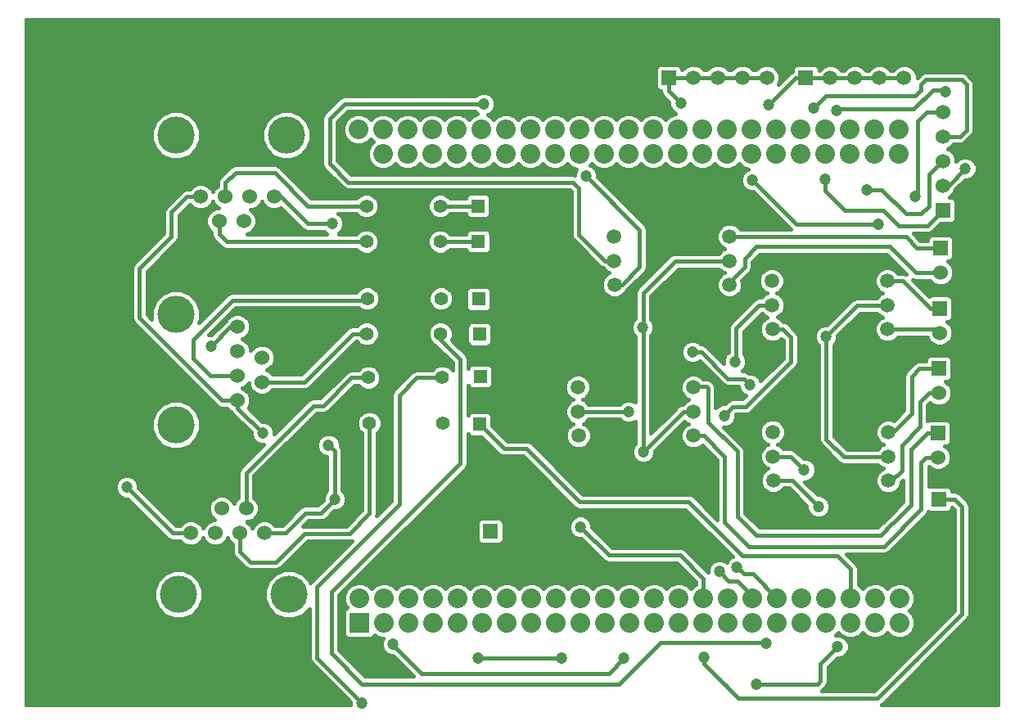
<source format=gbl>
G04 (created by PCBNEW (2013-07-07 BZR 4022)-stable) date 24/03/2015 16:32:38*
%MOIN*%
G04 Gerber Fmt 3.4, Leading zero omitted, Abs format*
%FSLAX34Y34*%
G01*
G70*
G90*
G04 APERTURE LIST*
%ADD10C,0.00590551*%
%ADD11C,0.1516*%
%ADD12C,0.06*%
%ADD13C,0.1*%
%ADD14R,0.06X0.06*%
%ADD15C,0.055*%
%ADD16R,0.055X0.055*%
%ADD17R,0.08X0.08*%
%ADD18C,0.08*%
%ADD19C,0.0590551*%
%ADD20C,0.0472441*%
%ADD21C,0.015748*%
G04 APERTURE END LIST*
G54D10*
G54D11*
X6175Y23295D03*
X10675Y23295D03*
G54D12*
X10175Y20795D03*
X9925Y19795D03*
X9175Y20795D03*
X8925Y19795D03*
X8175Y20795D03*
X7925Y19795D03*
X7175Y20795D03*
G54D13*
X5375Y22095D03*
X11475Y22095D03*
G54D14*
X6925Y19795D03*
G54D11*
X10777Y4594D03*
X6277Y4594D03*
G54D12*
X6777Y7094D03*
X7027Y8094D03*
X7777Y7094D03*
X8027Y8094D03*
X8777Y7094D03*
X9027Y8094D03*
X9777Y7094D03*
G54D13*
X11577Y5794D03*
X5477Y5794D03*
G54D14*
X10027Y8094D03*
G54D11*
X6177Y11494D03*
X6177Y15994D03*
G54D12*
X8677Y15494D03*
X9677Y15244D03*
X8677Y14494D03*
X9677Y14244D03*
X8677Y13494D03*
X9677Y13244D03*
X8677Y12494D03*
G54D13*
X7377Y10694D03*
X7377Y16794D03*
G54D14*
X9677Y12244D03*
G54D15*
X13964Y16649D03*
X16964Y16649D03*
X13944Y15212D03*
X16944Y15212D03*
X14055Y11566D03*
X17055Y11566D03*
X14007Y13421D03*
X17007Y13421D03*
X13929Y18964D03*
X16929Y18964D03*
X13929Y20417D03*
X16929Y20417D03*
G54D16*
X18484Y18968D03*
G54D15*
X21484Y18968D03*
G54D16*
X18476Y20417D03*
G54D15*
X21476Y20417D03*
G54D16*
X18543Y11527D03*
G54D15*
X21543Y11527D03*
G54D16*
X18559Y13468D03*
G54D15*
X21559Y13468D03*
G54D16*
X18496Y16625D03*
G54D15*
X21496Y16625D03*
G54D16*
X18531Y15196D03*
G54D15*
X21531Y15196D03*
G54D17*
X13598Y22543D03*
G54D18*
X13598Y23543D03*
X14598Y22543D03*
X14598Y23543D03*
X15598Y22543D03*
X15598Y23543D03*
X16598Y22543D03*
X16598Y23543D03*
X17598Y22543D03*
X17598Y23543D03*
X18598Y22543D03*
X18598Y23543D03*
X19598Y22543D03*
X19598Y23543D03*
X20598Y22543D03*
X20598Y23543D03*
X21598Y22543D03*
X21598Y23543D03*
X22598Y22543D03*
X22598Y23543D03*
X23598Y22543D03*
X23598Y23543D03*
X24598Y22543D03*
X24598Y23543D03*
X25598Y22543D03*
X25598Y23543D03*
X26598Y22543D03*
X26598Y23543D03*
X27598Y22543D03*
X27598Y23543D03*
X28598Y22543D03*
X28598Y23543D03*
X29598Y22543D03*
X29598Y23543D03*
X30598Y22543D03*
X30598Y23543D03*
X31598Y22543D03*
X31598Y23543D03*
X32598Y22543D03*
X32598Y23543D03*
X33598Y22543D03*
X33598Y23543D03*
X34598Y22543D03*
X34598Y23543D03*
X35598Y22543D03*
X35598Y23543D03*
G54D17*
X13649Y3444D03*
G54D18*
X13649Y4444D03*
X14649Y3444D03*
X14649Y4444D03*
X15649Y3444D03*
X15649Y4444D03*
X16649Y3444D03*
X16649Y4444D03*
X17649Y3444D03*
X17649Y4444D03*
X18649Y3444D03*
X18649Y4444D03*
X19649Y3444D03*
X19649Y4444D03*
X20649Y3444D03*
X20649Y4444D03*
X21649Y3444D03*
X21649Y4444D03*
X22649Y3444D03*
X22649Y4444D03*
X23649Y3444D03*
X23649Y4444D03*
X24649Y3444D03*
X24649Y4444D03*
X25649Y3444D03*
X25649Y4444D03*
X26649Y3444D03*
X26649Y4444D03*
X27649Y3444D03*
X27649Y4444D03*
X28649Y3444D03*
X28649Y4444D03*
X29649Y3444D03*
X29649Y4444D03*
X30649Y3444D03*
X30649Y4444D03*
X31649Y3444D03*
X31649Y4444D03*
X32649Y3444D03*
X32649Y4444D03*
X33649Y3444D03*
X33649Y4444D03*
X34649Y3444D03*
X34649Y4444D03*
X35649Y3444D03*
X35649Y4444D03*
G54D14*
X26232Y25649D03*
G54D12*
X27232Y25649D03*
X28232Y25649D03*
X29232Y25649D03*
X30232Y25649D03*
G54D14*
X37401Y20244D03*
G54D12*
X37401Y21244D03*
X37401Y22244D03*
X37401Y23244D03*
X37401Y24244D03*
G54D14*
X31822Y25629D03*
G54D12*
X32822Y25629D03*
X33822Y25629D03*
X34822Y25629D03*
X35822Y25629D03*
G54D14*
X37204Y11177D03*
G54D12*
X37204Y10177D03*
G54D14*
X37240Y13799D03*
G54D12*
X37240Y12799D03*
G54D14*
X37275Y16251D03*
G54D12*
X37275Y15251D03*
G54D14*
X37311Y18700D03*
G54D12*
X37311Y17700D03*
G54D14*
X37240Y8480D03*
G54D12*
X37240Y7480D03*
G54D14*
X18988Y7161D03*
G54D12*
X17988Y7161D03*
G54D19*
X35155Y14403D03*
X35141Y15394D03*
X35141Y16371D03*
X35141Y17361D03*
X30429Y17365D03*
X30444Y16375D03*
X30459Y15400D03*
X30459Y14419D03*
X28722Y16214D03*
X28708Y17205D03*
X28708Y18182D03*
X28708Y19172D03*
X23996Y19176D03*
X24011Y18186D03*
X24026Y17211D03*
X24026Y16230D03*
X27257Y10064D03*
X27243Y11055D03*
X27243Y12032D03*
X27243Y13022D03*
X22531Y13026D03*
X22546Y12036D03*
X22561Y11061D03*
X22561Y10080D03*
X35190Y8242D03*
X35176Y9233D03*
X35176Y10210D03*
X35176Y11200D03*
X30464Y11204D03*
X30479Y10214D03*
X30494Y9239D03*
X30494Y8258D03*
G54D20*
X25181Y15468D03*
X32649Y15094D03*
X25200Y10393D03*
X9696Y11165D03*
X12389Y10677D03*
X12633Y8468D03*
X13755Y177D03*
X18480Y1996D03*
X21874Y1996D03*
X29795Y944D03*
X33118Y2464D03*
X30204Y2598D03*
X28299Y5535D03*
X28496Y11885D03*
X22866Y21625D03*
X22645Y7350D03*
X7594Y14700D03*
X30311Y24531D03*
X36259Y20814D03*
X34779Y19669D03*
X29649Y21468D03*
X32125Y24409D03*
X34299Y21078D03*
X32590Y21500D03*
X26724Y24606D03*
X27685Y2023D03*
X38318Y21937D03*
X37496Y25086D03*
X33086Y24307D03*
X29015Y5704D03*
X28940Y14086D03*
X18708Y24574D03*
X4169Y8956D03*
X15011Y2574D03*
X24409Y2003D03*
X24602Y12035D03*
X32326Y8185D03*
X31755Y9657D03*
X29551Y13125D03*
X27200Y14476D03*
X12547Y19688D03*
G54D21*
X27803Y18167D02*
X28693Y18167D01*
X28693Y18167D02*
X28708Y18182D01*
X34236Y16356D02*
X35126Y16356D01*
X32649Y15094D02*
X33911Y16356D01*
X34236Y16356D02*
X33911Y16356D01*
X35126Y16356D02*
X35141Y16371D01*
X33371Y10195D02*
X35161Y10195D01*
X32649Y15094D02*
X32649Y10917D01*
X33371Y10195D02*
X32649Y10917D01*
X35161Y10195D02*
X35176Y10210D01*
X27243Y12032D02*
X26840Y12032D01*
X26651Y11844D02*
X25200Y10393D01*
X26840Y12032D02*
X26651Y11844D01*
X25181Y15468D02*
X25200Y15468D01*
X27803Y18167D02*
X27803Y18167D01*
X27803Y18167D02*
X26498Y18167D01*
X26498Y18167D02*
X25200Y16870D01*
X25200Y16870D02*
X25200Y15468D01*
X25200Y15468D02*
X25200Y10393D01*
X8677Y12494D02*
X8053Y12494D01*
X8053Y12494D02*
X4688Y15858D01*
X12633Y8468D02*
X12633Y10433D01*
X8677Y12185D02*
X8677Y12494D01*
X9696Y11165D02*
X8677Y12185D01*
X12633Y10433D02*
X12389Y10677D01*
X4688Y15858D02*
X4688Y17881D01*
X4688Y17881D02*
X5984Y19177D01*
X5984Y19177D02*
X5984Y20161D01*
X5984Y20161D02*
X6618Y20795D01*
X6618Y20795D02*
X7175Y20795D01*
X10625Y7094D02*
X9777Y7094D01*
X11440Y7909D02*
X10625Y7094D01*
X12074Y7909D02*
X11440Y7909D01*
X12633Y8468D02*
X12074Y7909D01*
X13389Y543D02*
X13385Y543D01*
X13755Y177D02*
X13389Y543D01*
X21874Y1996D02*
X18480Y1996D01*
X32303Y944D02*
X29795Y944D01*
X32413Y1055D02*
X32303Y944D01*
X32413Y1759D02*
X32413Y1055D01*
X33118Y2464D02*
X32413Y1759D01*
X15259Y8259D02*
X15259Y12712D01*
X15968Y13421D02*
X17007Y13421D01*
X15259Y12712D02*
X15968Y13421D01*
X15259Y8259D02*
X15232Y8232D01*
X15259Y8259D02*
X15259Y8259D01*
X11915Y4915D02*
X15259Y8259D01*
X11915Y2013D02*
X11915Y4915D01*
X13578Y350D02*
X13385Y543D01*
X13385Y543D02*
X11915Y2013D01*
X16929Y20417D02*
X18476Y20417D01*
X25905Y2629D02*
X24220Y944D01*
X30173Y2629D02*
X25905Y2629D01*
X30204Y2598D02*
X30173Y2629D01*
X16944Y14972D02*
X17744Y14173D01*
X16944Y14972D02*
X16944Y15212D01*
X13755Y944D02*
X24220Y944D01*
X12496Y2204D02*
X13755Y944D01*
X12496Y4688D02*
X12496Y2204D01*
X17744Y9937D02*
X12496Y4688D01*
X17744Y14173D02*
X17744Y9937D01*
X9027Y8094D02*
X9027Y9551D01*
X13314Y13421D02*
X14007Y13421D01*
X12177Y12283D02*
X13314Y13421D01*
X11759Y12283D02*
X12177Y12283D01*
X9027Y9551D02*
X11759Y12283D01*
X9208Y5913D02*
X10255Y5913D01*
X8777Y6344D02*
X9208Y5913D01*
X8777Y7094D02*
X8777Y6344D01*
X14055Y7893D02*
X14055Y11566D01*
X13232Y7070D02*
X14055Y7893D01*
X11413Y7070D02*
X13232Y7070D01*
X10255Y5913D02*
X11413Y7070D01*
X31220Y14086D02*
X31220Y15055D01*
X29649Y4543D02*
X29039Y5153D01*
X29039Y5153D02*
X28681Y5153D01*
X28681Y5153D02*
X28299Y5535D01*
X28496Y11885D02*
X28854Y12244D01*
X28854Y12244D02*
X29377Y12244D01*
X29377Y12244D02*
X31220Y14086D01*
X29649Y4444D02*
X29649Y4543D01*
X30875Y15400D02*
X30459Y15400D01*
X31220Y15055D02*
X30875Y15400D01*
X24026Y17211D02*
X24325Y17211D01*
X25043Y19448D02*
X22866Y21625D01*
X25043Y17929D02*
X25043Y19448D01*
X24325Y17211D02*
X25043Y17929D01*
X9677Y13244D02*
X11401Y13244D01*
X13370Y15212D02*
X13944Y15212D01*
X11401Y13244D02*
X13370Y15212D01*
X8677Y15494D02*
X8387Y15494D01*
X27649Y5248D02*
X27649Y4444D01*
X26700Y6196D02*
X27649Y5248D01*
X23799Y6196D02*
X26700Y6196D01*
X22645Y7350D02*
X23799Y6196D01*
X8387Y15494D02*
X7594Y14700D01*
X34015Y18759D02*
X35244Y18759D01*
X36303Y17700D02*
X37311Y17700D01*
X35244Y18759D02*
X36303Y17700D01*
X28599Y17190D02*
X29330Y17921D01*
X29330Y17921D02*
X29330Y18267D01*
X29330Y18267D02*
X29822Y18759D01*
X29822Y18759D02*
X34015Y18759D01*
X34015Y18759D02*
X34019Y18759D01*
X33716Y19157D02*
X28723Y19157D01*
X28723Y19157D02*
X28708Y19172D01*
X33685Y19157D02*
X33716Y19157D01*
X33716Y19157D02*
X35893Y19157D01*
X36350Y18700D02*
X37311Y18700D01*
X35893Y19157D02*
X36350Y18700D01*
X35141Y15394D02*
X37133Y15394D01*
X37133Y15394D02*
X37275Y15251D01*
X37148Y15379D02*
X37275Y15251D01*
X37275Y16251D02*
X36893Y16251D01*
X35784Y17361D02*
X35141Y17361D01*
X36893Y16251D02*
X35784Y17361D01*
X35176Y9233D02*
X35319Y9233D01*
X36834Y12799D02*
X37240Y12799D01*
X36460Y12425D02*
X36834Y12799D01*
X36460Y11421D02*
X36460Y12425D01*
X35724Y10685D02*
X36460Y11421D01*
X35724Y9637D02*
X35724Y10685D01*
X35319Y9233D02*
X35724Y9637D01*
X35176Y11200D02*
X35365Y11200D01*
X36133Y13484D02*
X36448Y13799D01*
X36448Y13799D02*
X37240Y13799D01*
X36133Y11968D02*
X36133Y13484D01*
X35365Y11200D02*
X36133Y11968D01*
X36519Y8066D02*
X36519Y9980D01*
X35005Y6553D02*
X36519Y8066D01*
X35005Y6553D02*
X29509Y6553D01*
X28519Y7543D02*
X28519Y10055D01*
X29509Y6553D02*
X28519Y7543D01*
X28519Y10192D02*
X27656Y11055D01*
X27243Y11055D02*
X27656Y11055D01*
X28519Y10055D02*
X28519Y10192D01*
X36716Y10177D02*
X37204Y10177D01*
X36519Y9980D02*
X36716Y10177D01*
X35350Y7492D02*
X35366Y7492D01*
X27838Y12992D02*
X27759Y13070D01*
X27759Y13070D02*
X27291Y13070D01*
X27243Y13022D02*
X27291Y13070D01*
X29795Y7015D02*
X29027Y7783D01*
X29027Y7783D02*
X29027Y10429D01*
X35350Y7492D02*
X34874Y7015D01*
X34874Y7015D02*
X29795Y7015D01*
X27838Y11618D02*
X27838Y12649D01*
X29027Y10429D02*
X27838Y11618D01*
X27838Y12649D02*
X27838Y12992D01*
X36771Y11177D02*
X37204Y11177D01*
X36098Y10503D02*
X36771Y11177D01*
X36098Y8224D02*
X36098Y10503D01*
X35366Y7492D02*
X36098Y8224D01*
X31409Y25629D02*
X31822Y25629D01*
X30311Y24531D02*
X31409Y25629D01*
X31822Y25629D02*
X32822Y25629D01*
X32822Y25629D02*
X33822Y25629D01*
X33822Y25629D02*
X34822Y25629D01*
X34822Y25629D02*
X35822Y25629D01*
X8175Y20795D02*
X8175Y21364D01*
X11555Y20417D02*
X13929Y20417D01*
X10192Y21779D02*
X11555Y20417D01*
X8590Y21779D02*
X10192Y21779D01*
X8175Y21364D02*
X8590Y21779D01*
X36744Y24244D02*
X37401Y24244D01*
X36385Y23885D02*
X36744Y24244D01*
X36385Y20940D02*
X36385Y23885D01*
X36259Y20814D02*
X36385Y20940D01*
X34763Y19685D02*
X34779Y19669D01*
X31433Y19685D02*
X34763Y19685D01*
X29649Y21468D02*
X31433Y19685D01*
X32456Y24740D02*
X32625Y24909D01*
X32125Y24409D02*
X32456Y24740D01*
X38098Y23244D02*
X37401Y23244D01*
X38366Y23511D02*
X38098Y23244D01*
X38366Y25358D02*
X38366Y23511D01*
X38157Y25566D02*
X38366Y25358D01*
X36720Y25566D02*
X38157Y25566D01*
X36519Y25366D02*
X36720Y25566D01*
X36519Y25153D02*
X36519Y25366D01*
X36275Y24909D02*
X36519Y25153D01*
X32625Y24909D02*
X36275Y24909D01*
X37401Y22244D02*
X37381Y22244D01*
X34917Y21078D02*
X34299Y21078D01*
X35905Y20090D02*
X34917Y21078D01*
X36519Y20090D02*
X35905Y20090D01*
X36834Y20405D02*
X36519Y20090D01*
X36834Y21696D02*
X36834Y20405D01*
X37381Y22244D02*
X36834Y21696D01*
X33818Y20244D02*
X34956Y20244D01*
X33397Y20244D02*
X32590Y21051D01*
X32590Y21051D02*
X32590Y21500D01*
X33818Y20244D02*
X33397Y20244D01*
X36767Y19610D02*
X37401Y20244D01*
X35590Y19610D02*
X36767Y19610D01*
X34956Y20244D02*
X35590Y19610D01*
X26232Y25098D02*
X26232Y25649D01*
X26724Y24606D02*
X26232Y25098D01*
X26232Y25649D02*
X27232Y25649D01*
X27232Y25649D02*
X28232Y25649D01*
X28232Y25649D02*
X29232Y25649D01*
X29232Y25649D02*
X30232Y25649D01*
X36314Y1929D02*
X36314Y1944D01*
X37885Y8480D02*
X37240Y8480D01*
X38185Y8181D02*
X37885Y8480D01*
X38185Y3814D02*
X38185Y8181D01*
X36314Y1944D02*
X38185Y3814D01*
X28570Y909D02*
X28570Y874D01*
X34751Y366D02*
X36314Y1929D01*
X36314Y1929D02*
X36330Y1944D01*
X29078Y366D02*
X34751Y366D01*
X28570Y874D02*
X29078Y366D01*
X28570Y909D02*
X28551Y909D01*
X27685Y1775D02*
X27685Y2023D01*
X28551Y909D02*
X27685Y1775D01*
X37625Y21244D02*
X37401Y21244D01*
X38318Y21937D02*
X37625Y21244D01*
X37437Y25145D02*
X37496Y25086D01*
X37000Y25145D02*
X37437Y25145D01*
X36220Y24366D02*
X37000Y25145D01*
X33145Y24366D02*
X36220Y24366D01*
X33086Y24307D02*
X33145Y24366D01*
X29922Y16375D02*
X28980Y15433D01*
X29015Y5704D02*
X29295Y5425D01*
X29295Y5425D02*
X29669Y5425D01*
X30649Y4444D02*
X29669Y5425D01*
X29922Y16375D02*
X30444Y16375D01*
X28980Y14125D02*
X28980Y15433D01*
X28940Y14086D02*
X28980Y14125D01*
X24011Y18186D02*
X23644Y18186D01*
X13031Y24574D02*
X18708Y24574D01*
X12437Y23980D02*
X13031Y24574D01*
X12437Y22129D02*
X12437Y23980D01*
X13185Y21381D02*
X12437Y22129D01*
X22338Y21381D02*
X13185Y21381D01*
X22578Y21141D02*
X22338Y21381D01*
X22578Y19251D02*
X22578Y21141D01*
X23644Y18186D02*
X22578Y19251D01*
X6031Y7094D02*
X6777Y7094D01*
X4169Y8956D02*
X6031Y7094D01*
X7925Y19795D02*
X7925Y19275D01*
X8236Y18964D02*
X13929Y18964D01*
X7925Y19275D02*
X8236Y18964D01*
X15011Y2531D02*
X15011Y2574D01*
X16157Y1385D02*
X15011Y2531D01*
X23559Y1385D02*
X16157Y1385D01*
X24409Y2003D02*
X23791Y1385D01*
X23791Y1385D02*
X23559Y1385D01*
X24600Y12036D02*
X22546Y12036D01*
X24602Y12035D02*
X24600Y12036D01*
X30494Y9239D02*
X31272Y9239D01*
X32326Y8185D02*
X31272Y9239D01*
X31755Y9657D02*
X31199Y10214D01*
X31199Y10214D02*
X30479Y10214D01*
X16929Y18964D02*
X18480Y18964D01*
X18480Y18964D02*
X18484Y18968D01*
X8677Y13494D02*
X7588Y13494D01*
X13901Y16586D02*
X13964Y16649D01*
X8476Y16586D02*
X13901Y16586D01*
X6870Y14980D02*
X8476Y16586D01*
X6870Y14212D02*
X6870Y14980D01*
X7588Y13494D02*
X6870Y14212D01*
X29551Y13125D02*
X29291Y13385D01*
X29291Y13385D02*
X28649Y13385D01*
X28649Y13385D02*
X27559Y14476D01*
X27559Y14476D02*
X27200Y14476D01*
X33649Y4444D02*
X33649Y5625D01*
X19535Y10535D02*
X18543Y11527D01*
X20440Y10535D02*
X19535Y10535D01*
X22610Y8366D02*
X20440Y10535D01*
X27039Y8366D02*
X22610Y8366D01*
X29224Y6181D02*
X27039Y8366D01*
X33094Y6181D02*
X29224Y6181D01*
X33649Y5625D02*
X33094Y6181D01*
X10175Y20795D02*
X10429Y20795D01*
X11535Y19688D02*
X12547Y19688D01*
X10429Y20795D02*
X11535Y19688D01*
G54D10*
G36*
X12301Y19279D02*
X9081Y19279D01*
X9228Y19340D01*
X9379Y19491D01*
X9461Y19688D01*
X9461Y19901D01*
X9380Y20098D01*
X9229Y20249D01*
X9206Y20259D01*
X9281Y20258D01*
X9478Y20340D01*
X9629Y20491D01*
X9675Y20601D01*
X9720Y20491D01*
X9871Y20340D01*
X10068Y20259D01*
X10281Y20258D01*
X10450Y20328D01*
X11312Y19466D01*
X11312Y19466D01*
X11414Y19397D01*
X11535Y19374D01*
X12194Y19374D01*
X12279Y19288D01*
X12301Y19279D01*
X12301Y19279D01*
G37*
G54D21*
X12301Y19279D02*
X9081Y19279D01*
X9228Y19340D01*
X9379Y19491D01*
X9461Y19688D01*
X9461Y19901D01*
X9380Y20098D01*
X9229Y20249D01*
X9206Y20259D01*
X9281Y20258D01*
X9478Y20340D01*
X9629Y20491D01*
X9675Y20601D01*
X9720Y20491D01*
X9871Y20340D01*
X10068Y20259D01*
X10281Y20258D01*
X10450Y20328D01*
X11312Y19466D01*
X11312Y19466D01*
X11414Y19397D01*
X11535Y19374D01*
X12194Y19374D01*
X12279Y19288D01*
X12301Y19279D01*
G54D10*
G36*
X22479Y21907D02*
X22465Y21893D01*
X22393Y21720D01*
X22393Y21685D01*
X22338Y21696D01*
X13315Y21696D01*
X12751Y22260D01*
X12751Y23849D01*
X13161Y24259D01*
X18355Y24259D01*
X18440Y24174D01*
X18450Y24170D01*
X18238Y24082D01*
X18098Y23943D01*
X17959Y24082D01*
X17725Y24179D01*
X17472Y24179D01*
X17238Y24082D01*
X17098Y23943D01*
X16959Y24082D01*
X16725Y24179D01*
X16472Y24179D01*
X16238Y24082D01*
X16098Y23943D01*
X15959Y24082D01*
X15725Y24179D01*
X15472Y24179D01*
X15238Y24082D01*
X15098Y23943D01*
X14959Y24082D01*
X14725Y24179D01*
X14472Y24179D01*
X14238Y24082D01*
X14098Y23943D01*
X13959Y24082D01*
X13725Y24179D01*
X13472Y24179D01*
X13238Y24082D01*
X13059Y23904D01*
X12962Y23670D01*
X12962Y23417D01*
X13058Y23183D01*
X13237Y23004D01*
X13471Y22907D01*
X13724Y22906D01*
X13958Y23003D01*
X14098Y23143D01*
X14198Y23043D01*
X14059Y22904D01*
X13962Y22670D01*
X13962Y22417D01*
X14058Y22183D01*
X14237Y22004D01*
X14471Y21907D01*
X14724Y21906D01*
X14958Y22003D01*
X15098Y22143D01*
X15237Y22004D01*
X15471Y21907D01*
X15724Y21906D01*
X15958Y22003D01*
X16098Y22143D01*
X16237Y22004D01*
X16471Y21907D01*
X16724Y21906D01*
X16958Y22003D01*
X17098Y22143D01*
X17237Y22004D01*
X17471Y21907D01*
X17724Y21906D01*
X17958Y22003D01*
X18098Y22143D01*
X18237Y22004D01*
X18471Y21907D01*
X18724Y21906D01*
X18958Y22003D01*
X19098Y22143D01*
X19237Y22004D01*
X19471Y21907D01*
X19724Y21906D01*
X19958Y22003D01*
X20098Y22143D01*
X20237Y22004D01*
X20471Y21907D01*
X20724Y21906D01*
X20958Y22003D01*
X21098Y22143D01*
X21237Y22004D01*
X21471Y21907D01*
X21724Y21906D01*
X21958Y22003D01*
X22098Y22143D01*
X22237Y22004D01*
X22471Y21907D01*
X22479Y21907D01*
X22479Y21907D01*
G37*
G54D21*
X22479Y21907D02*
X22465Y21893D01*
X22393Y21720D01*
X22393Y21685D01*
X22338Y21696D01*
X13315Y21696D01*
X12751Y22260D01*
X12751Y23849D01*
X13161Y24259D01*
X18355Y24259D01*
X18440Y24174D01*
X18450Y24170D01*
X18238Y24082D01*
X18098Y23943D01*
X17959Y24082D01*
X17725Y24179D01*
X17472Y24179D01*
X17238Y24082D01*
X17098Y23943D01*
X16959Y24082D01*
X16725Y24179D01*
X16472Y24179D01*
X16238Y24082D01*
X16098Y23943D01*
X15959Y24082D01*
X15725Y24179D01*
X15472Y24179D01*
X15238Y24082D01*
X15098Y23943D01*
X14959Y24082D01*
X14725Y24179D01*
X14472Y24179D01*
X14238Y24082D01*
X14098Y23943D01*
X13959Y24082D01*
X13725Y24179D01*
X13472Y24179D01*
X13238Y24082D01*
X13059Y23904D01*
X12962Y23670D01*
X12962Y23417D01*
X13058Y23183D01*
X13237Y23004D01*
X13471Y22907D01*
X13724Y22906D01*
X13958Y23003D01*
X14098Y23143D01*
X14198Y23043D01*
X14059Y22904D01*
X13962Y22670D01*
X13962Y22417D01*
X14058Y22183D01*
X14237Y22004D01*
X14471Y21907D01*
X14724Y21906D01*
X14958Y22003D01*
X15098Y22143D01*
X15237Y22004D01*
X15471Y21907D01*
X15724Y21906D01*
X15958Y22003D01*
X16098Y22143D01*
X16237Y22004D01*
X16471Y21907D01*
X16724Y21906D01*
X16958Y22003D01*
X17098Y22143D01*
X17237Y22004D01*
X17471Y21907D01*
X17724Y21906D01*
X17958Y22003D01*
X18098Y22143D01*
X18237Y22004D01*
X18471Y21907D01*
X18724Y21906D01*
X18958Y22003D01*
X19098Y22143D01*
X19237Y22004D01*
X19471Y21907D01*
X19724Y21906D01*
X19958Y22003D01*
X20098Y22143D01*
X20237Y22004D01*
X20471Y21907D01*
X20724Y21906D01*
X20958Y22003D01*
X21098Y22143D01*
X21237Y22004D01*
X21471Y21907D01*
X21724Y21906D01*
X21958Y22003D01*
X22098Y22143D01*
X22237Y22004D01*
X22471Y21907D01*
X22479Y21907D01*
G54D10*
G36*
X28823Y6136D02*
X28748Y6105D01*
X28615Y5972D01*
X28590Y5912D01*
X28567Y5935D01*
X28393Y6007D01*
X28205Y6007D01*
X28031Y5936D01*
X27898Y5803D01*
X27826Y5629D01*
X27826Y5516D01*
X26923Y6419D01*
X26821Y6487D01*
X26700Y6511D01*
X23929Y6511D01*
X23118Y7323D01*
X23118Y7443D01*
X23046Y7617D01*
X22913Y7750D01*
X22740Y7822D01*
X22552Y7822D01*
X22378Y7751D01*
X22245Y7618D01*
X22173Y7444D01*
X22173Y7256D01*
X22244Y7083D01*
X22377Y6950D01*
X22551Y6878D01*
X22672Y6877D01*
X23576Y5974D01*
X23576Y5974D01*
X23678Y5905D01*
X23799Y5881D01*
X23799Y5881D01*
X26570Y5881D01*
X27334Y5117D01*
X27334Y5003D01*
X27289Y4984D01*
X27149Y4844D01*
X27010Y4983D01*
X26776Y5080D01*
X26523Y5081D01*
X26289Y4984D01*
X26149Y4844D01*
X26010Y4983D01*
X25776Y5080D01*
X25523Y5081D01*
X25289Y4984D01*
X25149Y4844D01*
X25010Y4983D01*
X24776Y5080D01*
X24523Y5081D01*
X24289Y4984D01*
X24149Y4844D01*
X24010Y4983D01*
X23776Y5080D01*
X23523Y5081D01*
X23289Y4984D01*
X23149Y4844D01*
X23010Y4983D01*
X22776Y5080D01*
X22523Y5081D01*
X22289Y4984D01*
X22149Y4844D01*
X22010Y4983D01*
X21776Y5080D01*
X21523Y5081D01*
X21289Y4984D01*
X21149Y4844D01*
X21010Y4983D01*
X20776Y5080D01*
X20523Y5081D01*
X20289Y4984D01*
X20149Y4844D01*
X20010Y4983D01*
X19776Y5080D01*
X19524Y5081D01*
X19524Y6908D01*
X19524Y7508D01*
X19488Y7595D01*
X19422Y7661D01*
X19335Y7697D01*
X19241Y7697D01*
X18641Y7697D01*
X18554Y7661D01*
X18488Y7595D01*
X18452Y7508D01*
X18451Y7414D01*
X18451Y6814D01*
X18487Y6727D01*
X18554Y6661D01*
X18640Y6625D01*
X18734Y6625D01*
X19334Y6625D01*
X19421Y6661D01*
X19488Y6727D01*
X19524Y6814D01*
X19524Y6908D01*
X19524Y5081D01*
X19523Y5081D01*
X19289Y4984D01*
X19149Y4844D01*
X19010Y4983D01*
X18776Y5080D01*
X18523Y5081D01*
X18289Y4984D01*
X18149Y4844D01*
X18010Y4983D01*
X17776Y5080D01*
X17523Y5081D01*
X17289Y4984D01*
X17149Y4844D01*
X17010Y4983D01*
X16776Y5080D01*
X16523Y5081D01*
X16289Y4984D01*
X16149Y4844D01*
X16010Y4983D01*
X15776Y5080D01*
X15523Y5081D01*
X15289Y4984D01*
X15149Y4844D01*
X15010Y4983D01*
X14776Y5080D01*
X14523Y5081D01*
X14289Y4984D01*
X14149Y4844D01*
X14010Y4983D01*
X13776Y5080D01*
X13523Y5081D01*
X13289Y4984D01*
X13110Y4805D01*
X13013Y4571D01*
X13013Y4318D01*
X13109Y4084D01*
X13139Y4055D01*
X13115Y4045D01*
X13049Y3978D01*
X13013Y3892D01*
X13013Y3798D01*
X13013Y2998D01*
X13049Y2911D01*
X13115Y2844D01*
X13202Y2808D01*
X13296Y2808D01*
X14096Y2808D01*
X14183Y2844D01*
X14249Y2910D01*
X14259Y2934D01*
X14288Y2905D01*
X14522Y2808D01*
X14597Y2808D01*
X14539Y2669D01*
X14539Y2481D01*
X14611Y2307D01*
X14743Y2174D01*
X14917Y2102D01*
X14995Y2102D01*
X15838Y1259D01*
X13886Y1259D01*
X12811Y2335D01*
X12811Y4558D01*
X17966Y9714D01*
X17966Y9714D01*
X18035Y9816D01*
X18059Y9937D01*
X18059Y9937D01*
X18059Y11140D01*
X18067Y11118D01*
X18134Y11052D01*
X18221Y11016D01*
X18315Y11016D01*
X18609Y11016D01*
X19312Y10312D01*
X19312Y10312D01*
X19414Y10244D01*
X19535Y10220D01*
X20310Y10220D01*
X22387Y8143D01*
X22387Y8143D01*
X22489Y8075D01*
X22610Y8051D01*
X22610Y8051D01*
X26908Y8051D01*
X28823Y6136D01*
X28823Y6136D01*
G37*
G54D21*
X28823Y6136D02*
X28748Y6105D01*
X28615Y5972D01*
X28590Y5912D01*
X28567Y5935D01*
X28393Y6007D01*
X28205Y6007D01*
X28031Y5936D01*
X27898Y5803D01*
X27826Y5629D01*
X27826Y5516D01*
X26923Y6419D01*
X26821Y6487D01*
X26700Y6511D01*
X23929Y6511D01*
X23118Y7323D01*
X23118Y7443D01*
X23046Y7617D01*
X22913Y7750D01*
X22740Y7822D01*
X22552Y7822D01*
X22378Y7751D01*
X22245Y7618D01*
X22173Y7444D01*
X22173Y7256D01*
X22244Y7083D01*
X22377Y6950D01*
X22551Y6878D01*
X22672Y6877D01*
X23576Y5974D01*
X23576Y5974D01*
X23678Y5905D01*
X23799Y5881D01*
X23799Y5881D01*
X26570Y5881D01*
X27334Y5117D01*
X27334Y5003D01*
X27289Y4984D01*
X27149Y4844D01*
X27010Y4983D01*
X26776Y5080D01*
X26523Y5081D01*
X26289Y4984D01*
X26149Y4844D01*
X26010Y4983D01*
X25776Y5080D01*
X25523Y5081D01*
X25289Y4984D01*
X25149Y4844D01*
X25010Y4983D01*
X24776Y5080D01*
X24523Y5081D01*
X24289Y4984D01*
X24149Y4844D01*
X24010Y4983D01*
X23776Y5080D01*
X23523Y5081D01*
X23289Y4984D01*
X23149Y4844D01*
X23010Y4983D01*
X22776Y5080D01*
X22523Y5081D01*
X22289Y4984D01*
X22149Y4844D01*
X22010Y4983D01*
X21776Y5080D01*
X21523Y5081D01*
X21289Y4984D01*
X21149Y4844D01*
X21010Y4983D01*
X20776Y5080D01*
X20523Y5081D01*
X20289Y4984D01*
X20149Y4844D01*
X20010Y4983D01*
X19776Y5080D01*
X19524Y5081D01*
X19524Y6908D01*
X19524Y7508D01*
X19488Y7595D01*
X19422Y7661D01*
X19335Y7697D01*
X19241Y7697D01*
X18641Y7697D01*
X18554Y7661D01*
X18488Y7595D01*
X18452Y7508D01*
X18451Y7414D01*
X18451Y6814D01*
X18487Y6727D01*
X18554Y6661D01*
X18640Y6625D01*
X18734Y6625D01*
X19334Y6625D01*
X19421Y6661D01*
X19488Y6727D01*
X19524Y6814D01*
X19524Y6908D01*
X19524Y5081D01*
X19523Y5081D01*
X19289Y4984D01*
X19149Y4844D01*
X19010Y4983D01*
X18776Y5080D01*
X18523Y5081D01*
X18289Y4984D01*
X18149Y4844D01*
X18010Y4983D01*
X17776Y5080D01*
X17523Y5081D01*
X17289Y4984D01*
X17149Y4844D01*
X17010Y4983D01*
X16776Y5080D01*
X16523Y5081D01*
X16289Y4984D01*
X16149Y4844D01*
X16010Y4983D01*
X15776Y5080D01*
X15523Y5081D01*
X15289Y4984D01*
X15149Y4844D01*
X15010Y4983D01*
X14776Y5080D01*
X14523Y5081D01*
X14289Y4984D01*
X14149Y4844D01*
X14010Y4983D01*
X13776Y5080D01*
X13523Y5081D01*
X13289Y4984D01*
X13110Y4805D01*
X13013Y4571D01*
X13013Y4318D01*
X13109Y4084D01*
X13139Y4055D01*
X13115Y4045D01*
X13049Y3978D01*
X13013Y3892D01*
X13013Y3798D01*
X13013Y2998D01*
X13049Y2911D01*
X13115Y2844D01*
X13202Y2808D01*
X13296Y2808D01*
X14096Y2808D01*
X14183Y2844D01*
X14249Y2910D01*
X14259Y2934D01*
X14288Y2905D01*
X14522Y2808D01*
X14597Y2808D01*
X14539Y2669D01*
X14539Y2481D01*
X14611Y2307D01*
X14743Y2174D01*
X14917Y2102D01*
X14995Y2102D01*
X15838Y1259D01*
X13886Y1259D01*
X12811Y2335D01*
X12811Y4558D01*
X17966Y9714D01*
X17966Y9714D01*
X18035Y9816D01*
X18059Y9937D01*
X18059Y9937D01*
X18059Y11140D01*
X18067Y11118D01*
X18134Y11052D01*
X18221Y11016D01*
X18315Y11016D01*
X18609Y11016D01*
X19312Y10312D01*
X19312Y10312D01*
X19414Y10244D01*
X19535Y10220D01*
X20310Y10220D01*
X22387Y8143D01*
X22387Y8143D01*
X22489Y8075D01*
X22610Y8051D01*
X22610Y8051D01*
X26908Y8051D01*
X28823Y6136D01*
G54D10*
G36*
X30905Y14217D02*
X29989Y13301D01*
X29951Y13393D01*
X29819Y13526D01*
X29645Y13598D01*
X29524Y13598D01*
X29514Y13608D01*
X29411Y13676D01*
X29291Y13700D01*
X29223Y13700D01*
X29341Y13818D01*
X29413Y13992D01*
X29413Y14180D01*
X29341Y14353D01*
X29295Y14400D01*
X29295Y15302D01*
X30030Y16037D01*
X30142Y15925D01*
X30239Y15884D01*
X30158Y15851D01*
X30009Y15701D01*
X29927Y15506D01*
X29927Y15295D01*
X30008Y15099D01*
X30157Y14950D01*
X30353Y14869D01*
X30564Y14868D01*
X30760Y14949D01*
X30820Y15009D01*
X30905Y14924D01*
X30905Y14217D01*
X30905Y14217D01*
G37*
G54D21*
X30905Y14217D02*
X29989Y13301D01*
X29951Y13393D01*
X29819Y13526D01*
X29645Y13598D01*
X29524Y13598D01*
X29514Y13608D01*
X29411Y13676D01*
X29291Y13700D01*
X29223Y13700D01*
X29341Y13818D01*
X29413Y13992D01*
X29413Y14180D01*
X29341Y14353D01*
X29295Y14400D01*
X29295Y15302D01*
X30030Y16037D01*
X30142Y15925D01*
X30239Y15884D01*
X30158Y15851D01*
X30009Y15701D01*
X29927Y15506D01*
X29927Y15295D01*
X30008Y15099D01*
X30157Y14950D01*
X30353Y14869D01*
X30564Y14868D01*
X30760Y14949D01*
X30820Y15009D01*
X30905Y14924D01*
X30905Y14217D01*
G54D10*
G36*
X35908Y17649D02*
X35904Y17652D01*
X35784Y17676D01*
X35577Y17676D01*
X35442Y17811D01*
X35247Y17892D01*
X35036Y17893D01*
X34840Y17812D01*
X34691Y17662D01*
X34609Y17467D01*
X34609Y17256D01*
X34690Y17060D01*
X34839Y16911D01*
X34947Y16866D01*
X34840Y16822D01*
X34691Y16672D01*
X34690Y16671D01*
X34236Y16671D01*
X33911Y16671D01*
X33791Y16647D01*
X33688Y16579D01*
X32676Y15566D01*
X32556Y15567D01*
X32382Y15495D01*
X32249Y15362D01*
X32177Y15188D01*
X32177Y15000D01*
X32248Y14827D01*
X32334Y14741D01*
X32334Y10917D01*
X32358Y10796D01*
X32426Y10694D01*
X33149Y9972D01*
X33149Y9972D01*
X33251Y9904D01*
X33371Y9880D01*
X34755Y9880D01*
X34875Y9759D01*
X34967Y9721D01*
X34876Y9683D01*
X34726Y9534D01*
X34645Y9339D01*
X34645Y9127D01*
X34725Y8932D01*
X34875Y8782D01*
X35070Y8701D01*
X35282Y8701D01*
X35477Y8782D01*
X35627Y8931D01*
X35708Y9126D01*
X35708Y9176D01*
X35783Y9251D01*
X35783Y8354D01*
X35175Y7746D01*
X35175Y7746D01*
X35127Y7714D01*
X34743Y7330D01*
X32799Y7330D01*
X32799Y8278D01*
X32727Y8452D01*
X32594Y8585D01*
X32421Y8657D01*
X32299Y8657D01*
X31772Y9185D01*
X31849Y9184D01*
X32023Y9256D01*
X32156Y9389D01*
X32228Y9563D01*
X32228Y9751D01*
X32156Y9924D01*
X32023Y10057D01*
X31850Y10129D01*
X31728Y10129D01*
X31422Y10436D01*
X31319Y10505D01*
X31199Y10529D01*
X30916Y10529D01*
X30781Y10664D01*
X30666Y10712D01*
X30765Y10753D01*
X30915Y10902D01*
X30996Y11097D01*
X30996Y11309D01*
X30915Y11504D01*
X30766Y11654D01*
X30570Y11735D01*
X30359Y11735D01*
X30164Y11654D01*
X30014Y11505D01*
X29933Y11310D01*
X29933Y11098D01*
X30013Y10903D01*
X30163Y10753D01*
X30278Y10705D01*
X30179Y10664D01*
X30029Y10515D01*
X29948Y10320D01*
X29948Y10108D01*
X30028Y9913D01*
X30178Y9763D01*
X30275Y9723D01*
X30194Y9689D01*
X30044Y9540D01*
X29963Y9345D01*
X29963Y9133D01*
X30043Y8938D01*
X30193Y8788D01*
X30388Y8707D01*
X30600Y8707D01*
X30795Y8788D01*
X30931Y8924D01*
X31142Y8924D01*
X31854Y8212D01*
X31854Y8091D01*
X31926Y7917D01*
X32058Y7784D01*
X32232Y7712D01*
X32420Y7712D01*
X32594Y7784D01*
X32727Y7917D01*
X32799Y8090D01*
X32799Y8278D01*
X32799Y7330D01*
X29925Y7330D01*
X29342Y7913D01*
X29342Y10429D01*
X29342Y10429D01*
X29318Y10549D01*
X29318Y10549D01*
X29295Y10583D01*
X29250Y10651D01*
X29250Y10651D01*
X28488Y11413D01*
X28589Y11413D01*
X28763Y11485D01*
X28896Y11617D01*
X28968Y11791D01*
X28968Y11912D01*
X28984Y11929D01*
X29377Y11929D01*
X29377Y11929D01*
X29498Y11953D01*
X29600Y12021D01*
X31443Y13863D01*
X31443Y13863D01*
X31511Y13966D01*
X31535Y14086D01*
X31535Y14086D01*
X31535Y15055D01*
X31511Y15175D01*
X31443Y15277D01*
X31443Y15277D01*
X31097Y15623D01*
X30995Y15691D01*
X30901Y15710D01*
X30760Y15850D01*
X30663Y15891D01*
X30745Y15924D01*
X30894Y16074D01*
X30975Y16269D01*
X30975Y16480D01*
X30895Y16676D01*
X30745Y16825D01*
X30630Y16873D01*
X30730Y16914D01*
X30879Y17064D01*
X30960Y17259D01*
X30960Y17470D01*
X30880Y17666D01*
X30730Y17815D01*
X30535Y17896D01*
X30324Y17897D01*
X30128Y17816D01*
X29979Y17666D01*
X29897Y17471D01*
X29897Y17260D01*
X29978Y17064D01*
X30127Y16915D01*
X30242Y16867D01*
X30143Y16826D01*
X30007Y16690D01*
X29922Y16690D01*
X29802Y16666D01*
X29700Y16598D01*
X28757Y15655D01*
X28689Y15553D01*
X28665Y15433D01*
X28665Y14479D01*
X28540Y14354D01*
X28468Y14181D01*
X28468Y14012D01*
X27781Y14699D01*
X27679Y14767D01*
X27559Y14791D01*
X27553Y14791D01*
X27468Y14876D01*
X27295Y14948D01*
X27107Y14948D01*
X26933Y14877D01*
X26800Y14744D01*
X26728Y14570D01*
X26728Y14382D01*
X26800Y14209D01*
X26932Y14076D01*
X27106Y14004D01*
X27294Y14003D01*
X27468Y14075D01*
X27491Y14098D01*
X28426Y13163D01*
X28426Y13163D01*
X28529Y13094D01*
X28649Y13070D01*
X29078Y13070D01*
X29078Y13032D01*
X29150Y12858D01*
X29283Y12725D01*
X29375Y12687D01*
X29247Y12559D01*
X28854Y12559D01*
X28733Y12535D01*
X28631Y12466D01*
X28523Y12358D01*
X28402Y12358D01*
X28228Y12286D01*
X28153Y12211D01*
X28153Y12649D01*
X28153Y12992D01*
X28153Y12992D01*
X28129Y13112D01*
X28061Y13214D01*
X28061Y13214D01*
X27982Y13293D01*
X27880Y13361D01*
X27759Y13385D01*
X27632Y13385D01*
X27545Y13473D01*
X27349Y13554D01*
X27138Y13554D01*
X26943Y13473D01*
X26793Y13324D01*
X26712Y13129D01*
X26712Y12917D01*
X26792Y12722D01*
X26942Y12572D01*
X27049Y12527D01*
X26943Y12483D01*
X26798Y12339D01*
X26798Y12339D01*
X26719Y12323D01*
X26617Y12255D01*
X26429Y12067D01*
X26429Y12067D01*
X25515Y11154D01*
X25515Y15135D01*
X25581Y15200D01*
X25653Y15374D01*
X25653Y15562D01*
X25581Y15735D01*
X25515Y15801D01*
X25515Y16739D01*
X26628Y17852D01*
X27803Y17852D01*
X27803Y17852D01*
X28286Y17852D01*
X28406Y17732D01*
X28498Y17694D01*
X28407Y17656D01*
X28257Y17506D01*
X28176Y17311D01*
X28176Y17100D01*
X28257Y16904D01*
X28406Y16755D01*
X28602Y16674D01*
X28813Y16673D01*
X29008Y16754D01*
X29158Y16904D01*
X29239Y17099D01*
X29239Y17310D01*
X29218Y17363D01*
X29553Y17698D01*
X29553Y17698D01*
X29580Y17739D01*
X29621Y17800D01*
X29621Y17800D01*
X29645Y17921D01*
X29645Y17921D01*
X29645Y18137D01*
X29953Y18444D01*
X34015Y18444D01*
X34019Y18444D01*
X35113Y18444D01*
X35908Y17649D01*
X35908Y17649D01*
G37*
G54D21*
X35908Y17649D02*
X35904Y17652D01*
X35784Y17676D01*
X35577Y17676D01*
X35442Y17811D01*
X35247Y17892D01*
X35036Y17893D01*
X34840Y17812D01*
X34691Y17662D01*
X34609Y17467D01*
X34609Y17256D01*
X34690Y17060D01*
X34839Y16911D01*
X34947Y16866D01*
X34840Y16822D01*
X34691Y16672D01*
X34690Y16671D01*
X34236Y16671D01*
X33911Y16671D01*
X33791Y16647D01*
X33688Y16579D01*
X32676Y15566D01*
X32556Y15567D01*
X32382Y15495D01*
X32249Y15362D01*
X32177Y15188D01*
X32177Y15000D01*
X32248Y14827D01*
X32334Y14741D01*
X32334Y10917D01*
X32358Y10796D01*
X32426Y10694D01*
X33149Y9972D01*
X33149Y9972D01*
X33251Y9904D01*
X33371Y9880D01*
X34755Y9880D01*
X34875Y9759D01*
X34967Y9721D01*
X34876Y9683D01*
X34726Y9534D01*
X34645Y9339D01*
X34645Y9127D01*
X34725Y8932D01*
X34875Y8782D01*
X35070Y8701D01*
X35282Y8701D01*
X35477Y8782D01*
X35627Y8931D01*
X35708Y9126D01*
X35708Y9176D01*
X35783Y9251D01*
X35783Y8354D01*
X35175Y7746D01*
X35175Y7746D01*
X35127Y7714D01*
X34743Y7330D01*
X32799Y7330D01*
X32799Y8278D01*
X32727Y8452D01*
X32594Y8585D01*
X32421Y8657D01*
X32299Y8657D01*
X31772Y9185D01*
X31849Y9184D01*
X32023Y9256D01*
X32156Y9389D01*
X32228Y9563D01*
X32228Y9751D01*
X32156Y9924D01*
X32023Y10057D01*
X31850Y10129D01*
X31728Y10129D01*
X31422Y10436D01*
X31319Y10505D01*
X31199Y10529D01*
X30916Y10529D01*
X30781Y10664D01*
X30666Y10712D01*
X30765Y10753D01*
X30915Y10902D01*
X30996Y11097D01*
X30996Y11309D01*
X30915Y11504D01*
X30766Y11654D01*
X30570Y11735D01*
X30359Y11735D01*
X30164Y11654D01*
X30014Y11505D01*
X29933Y11310D01*
X29933Y11098D01*
X30013Y10903D01*
X30163Y10753D01*
X30278Y10705D01*
X30179Y10664D01*
X30029Y10515D01*
X29948Y10320D01*
X29948Y10108D01*
X30028Y9913D01*
X30178Y9763D01*
X30275Y9723D01*
X30194Y9689D01*
X30044Y9540D01*
X29963Y9345D01*
X29963Y9133D01*
X30043Y8938D01*
X30193Y8788D01*
X30388Y8707D01*
X30600Y8707D01*
X30795Y8788D01*
X30931Y8924D01*
X31142Y8924D01*
X31854Y8212D01*
X31854Y8091D01*
X31926Y7917D01*
X32058Y7784D01*
X32232Y7712D01*
X32420Y7712D01*
X32594Y7784D01*
X32727Y7917D01*
X32799Y8090D01*
X32799Y8278D01*
X32799Y7330D01*
X29925Y7330D01*
X29342Y7913D01*
X29342Y10429D01*
X29342Y10429D01*
X29318Y10549D01*
X29318Y10549D01*
X29295Y10583D01*
X29250Y10651D01*
X29250Y10651D01*
X28488Y11413D01*
X28589Y11413D01*
X28763Y11485D01*
X28896Y11617D01*
X28968Y11791D01*
X28968Y11912D01*
X28984Y11929D01*
X29377Y11929D01*
X29377Y11929D01*
X29498Y11953D01*
X29600Y12021D01*
X31443Y13863D01*
X31443Y13863D01*
X31511Y13966D01*
X31535Y14086D01*
X31535Y14086D01*
X31535Y15055D01*
X31511Y15175D01*
X31443Y15277D01*
X31443Y15277D01*
X31097Y15623D01*
X30995Y15691D01*
X30901Y15710D01*
X30760Y15850D01*
X30663Y15891D01*
X30745Y15924D01*
X30894Y16074D01*
X30975Y16269D01*
X30975Y16480D01*
X30895Y16676D01*
X30745Y16825D01*
X30630Y16873D01*
X30730Y16914D01*
X30879Y17064D01*
X30960Y17259D01*
X30960Y17470D01*
X30880Y17666D01*
X30730Y17815D01*
X30535Y17896D01*
X30324Y17897D01*
X30128Y17816D01*
X29979Y17666D01*
X29897Y17471D01*
X29897Y17260D01*
X29978Y17064D01*
X30127Y16915D01*
X30242Y16867D01*
X30143Y16826D01*
X30007Y16690D01*
X29922Y16690D01*
X29802Y16666D01*
X29700Y16598D01*
X28757Y15655D01*
X28689Y15553D01*
X28665Y15433D01*
X28665Y14479D01*
X28540Y14354D01*
X28468Y14181D01*
X28468Y14012D01*
X27781Y14699D01*
X27679Y14767D01*
X27559Y14791D01*
X27553Y14791D01*
X27468Y14876D01*
X27295Y14948D01*
X27107Y14948D01*
X26933Y14877D01*
X26800Y14744D01*
X26728Y14570D01*
X26728Y14382D01*
X26800Y14209D01*
X26932Y14076D01*
X27106Y14004D01*
X27294Y14003D01*
X27468Y14075D01*
X27491Y14098D01*
X28426Y13163D01*
X28426Y13163D01*
X28529Y13094D01*
X28649Y13070D01*
X29078Y13070D01*
X29078Y13032D01*
X29150Y12858D01*
X29283Y12725D01*
X29375Y12687D01*
X29247Y12559D01*
X28854Y12559D01*
X28733Y12535D01*
X28631Y12466D01*
X28523Y12358D01*
X28402Y12358D01*
X28228Y12286D01*
X28153Y12211D01*
X28153Y12649D01*
X28153Y12992D01*
X28153Y12992D01*
X28129Y13112D01*
X28061Y13214D01*
X28061Y13214D01*
X27982Y13293D01*
X27880Y13361D01*
X27759Y13385D01*
X27632Y13385D01*
X27545Y13473D01*
X27349Y13554D01*
X27138Y13554D01*
X26943Y13473D01*
X26793Y13324D01*
X26712Y13129D01*
X26712Y12917D01*
X26792Y12722D01*
X26942Y12572D01*
X27049Y12527D01*
X26943Y12483D01*
X26798Y12339D01*
X26798Y12339D01*
X26719Y12323D01*
X26617Y12255D01*
X26429Y12067D01*
X26429Y12067D01*
X25515Y11154D01*
X25515Y15135D01*
X25581Y15200D01*
X25653Y15374D01*
X25653Y15562D01*
X25581Y15735D01*
X25515Y15801D01*
X25515Y16739D01*
X26628Y17852D01*
X27803Y17852D01*
X27803Y17852D01*
X28286Y17852D01*
X28406Y17732D01*
X28498Y17694D01*
X28407Y17656D01*
X28257Y17506D01*
X28176Y17311D01*
X28176Y17100D01*
X28257Y16904D01*
X28406Y16755D01*
X28602Y16674D01*
X28813Y16673D01*
X29008Y16754D01*
X29158Y16904D01*
X29239Y17099D01*
X29239Y17310D01*
X29218Y17363D01*
X29553Y17698D01*
X29553Y17698D01*
X29580Y17739D01*
X29621Y17800D01*
X29621Y17800D01*
X29645Y17921D01*
X29645Y17921D01*
X29645Y18137D01*
X29953Y18444D01*
X34015Y18444D01*
X34019Y18444D01*
X35113Y18444D01*
X35908Y17649D01*
G54D10*
G36*
X37870Y3945D02*
X36092Y2167D01*
X36060Y2120D01*
X34621Y681D01*
X32464Y681D01*
X32525Y722D01*
X32636Y832D01*
X32636Y832D01*
X32704Y934D01*
X32728Y1055D01*
X32728Y1055D01*
X32728Y1629D01*
X33091Y1992D01*
X33211Y1992D01*
X33385Y2063D01*
X33518Y2196D01*
X33590Y2370D01*
X33590Y2558D01*
X33518Y2731D01*
X33386Y2864D01*
X33212Y2936D01*
X33041Y2937D01*
X33149Y3045D01*
X33288Y2905D01*
X33522Y2808D01*
X33775Y2808D01*
X34009Y2905D01*
X34149Y3045D01*
X34288Y2905D01*
X34522Y2808D01*
X34775Y2808D01*
X35009Y2905D01*
X35149Y3045D01*
X35288Y2905D01*
X35522Y2808D01*
X35775Y2808D01*
X36009Y2905D01*
X36188Y3084D01*
X36285Y3317D01*
X36285Y3570D01*
X36189Y3804D01*
X36049Y3944D01*
X36188Y4084D01*
X36285Y4317D01*
X36285Y4570D01*
X36189Y4804D01*
X36010Y4983D01*
X35776Y5080D01*
X35523Y5081D01*
X35289Y4984D01*
X35149Y4844D01*
X35010Y4983D01*
X34776Y5080D01*
X34523Y5081D01*
X34289Y4984D01*
X34149Y4844D01*
X34010Y4983D01*
X33964Y5002D01*
X33964Y5625D01*
X33940Y5746D01*
X33872Y5848D01*
X33872Y5848D01*
X33482Y6238D01*
X35005Y6238D01*
X35005Y6238D01*
X35126Y6262D01*
X35228Y6330D01*
X36742Y7844D01*
X36742Y7844D01*
X36810Y7946D01*
X36816Y7975D01*
X36892Y7944D01*
X36986Y7944D01*
X37586Y7944D01*
X37673Y7979D01*
X37740Y8046D01*
X37776Y8133D01*
X37776Y8144D01*
X37870Y8050D01*
X37870Y3945D01*
X37870Y3945D01*
G37*
G54D21*
X37870Y3945D02*
X36092Y2167D01*
X36060Y2120D01*
X34621Y681D01*
X32464Y681D01*
X32525Y722D01*
X32636Y832D01*
X32636Y832D01*
X32704Y934D01*
X32728Y1055D01*
X32728Y1055D01*
X32728Y1629D01*
X33091Y1992D01*
X33211Y1992D01*
X33385Y2063D01*
X33518Y2196D01*
X33590Y2370D01*
X33590Y2558D01*
X33518Y2731D01*
X33386Y2864D01*
X33212Y2936D01*
X33041Y2937D01*
X33149Y3045D01*
X33288Y2905D01*
X33522Y2808D01*
X33775Y2808D01*
X34009Y2905D01*
X34149Y3045D01*
X34288Y2905D01*
X34522Y2808D01*
X34775Y2808D01*
X35009Y2905D01*
X35149Y3045D01*
X35288Y2905D01*
X35522Y2808D01*
X35775Y2808D01*
X36009Y2905D01*
X36188Y3084D01*
X36285Y3317D01*
X36285Y3570D01*
X36189Y3804D01*
X36049Y3944D01*
X36188Y4084D01*
X36285Y4317D01*
X36285Y4570D01*
X36189Y4804D01*
X36010Y4983D01*
X35776Y5080D01*
X35523Y5081D01*
X35289Y4984D01*
X35149Y4844D01*
X35010Y4983D01*
X34776Y5080D01*
X34523Y5081D01*
X34289Y4984D01*
X34149Y4844D01*
X34010Y4983D01*
X33964Y5002D01*
X33964Y5625D01*
X33940Y5746D01*
X33872Y5848D01*
X33872Y5848D01*
X33482Y6238D01*
X35005Y6238D01*
X35005Y6238D01*
X35126Y6262D01*
X35228Y6330D01*
X36742Y7844D01*
X36742Y7844D01*
X36810Y7946D01*
X36816Y7975D01*
X36892Y7944D01*
X36986Y7944D01*
X37586Y7944D01*
X37673Y7979D01*
X37740Y8046D01*
X37776Y8133D01*
X37776Y8144D01*
X37870Y8050D01*
X37870Y3945D01*
G54D10*
G36*
X39641Y94D02*
X34901Y94D01*
X34974Y143D01*
X36537Y1706D01*
X36537Y1706D01*
X36537Y1706D01*
X36553Y1722D01*
X36585Y1769D01*
X38407Y3592D01*
X38407Y3592D01*
X38476Y3694D01*
X38499Y3814D01*
X38500Y3814D01*
X38500Y8181D01*
X38476Y8301D01*
X38407Y8403D01*
X38407Y8403D01*
X38108Y8703D01*
X38006Y8771D01*
X37885Y8795D01*
X37776Y8795D01*
X37776Y8827D01*
X37740Y8913D01*
X37674Y8980D01*
X37587Y9016D01*
X37493Y9016D01*
X36893Y9016D01*
X36834Y8992D01*
X36834Y9788D01*
X36900Y9722D01*
X37097Y9641D01*
X37310Y9640D01*
X37508Y9722D01*
X37659Y9873D01*
X37740Y10070D01*
X37741Y10283D01*
X37659Y10480D01*
X37508Y10631D01*
X37486Y10640D01*
X37551Y10640D01*
X37638Y10676D01*
X37704Y10743D01*
X37740Y10829D01*
X37740Y10923D01*
X37740Y11523D01*
X37705Y11610D01*
X37638Y11677D01*
X37551Y11713D01*
X37457Y11713D01*
X36857Y11713D01*
X36775Y11679D01*
X36775Y12294D01*
X36880Y12400D01*
X36936Y12344D01*
X37133Y12263D01*
X37346Y12262D01*
X37543Y12344D01*
X37694Y12495D01*
X37776Y12692D01*
X37776Y12905D01*
X37695Y13102D01*
X37544Y13253D01*
X37521Y13262D01*
X37586Y13262D01*
X37673Y13298D01*
X37740Y13365D01*
X37776Y13452D01*
X37776Y13545D01*
X37776Y14145D01*
X37740Y14232D01*
X37674Y14299D01*
X37587Y14335D01*
X37493Y14335D01*
X36893Y14335D01*
X36806Y14299D01*
X36740Y14233D01*
X36703Y14146D01*
X36703Y14114D01*
X36448Y14114D01*
X36328Y14090D01*
X36267Y14049D01*
X36226Y14021D01*
X35911Y13706D01*
X35842Y13604D01*
X35818Y13484D01*
X35818Y12098D01*
X35401Y11682D01*
X35282Y11731D01*
X35071Y11731D01*
X34876Y11650D01*
X34726Y11501D01*
X34645Y11306D01*
X34645Y11094D01*
X34725Y10899D01*
X34875Y10749D01*
X34982Y10705D01*
X34876Y10660D01*
X34726Y10511D01*
X34725Y10510D01*
X33502Y10510D01*
X32964Y11047D01*
X32964Y14741D01*
X33049Y14826D01*
X33121Y15000D01*
X33122Y15121D01*
X34042Y16041D01*
X34236Y16041D01*
X34719Y16041D01*
X34839Y15921D01*
X34931Y15883D01*
X34840Y15845D01*
X34691Y15695D01*
X34609Y15500D01*
X34609Y15289D01*
X34690Y15093D01*
X34839Y14944D01*
X35035Y14863D01*
X35246Y14862D01*
X35442Y14943D01*
X35578Y15079D01*
X36766Y15079D01*
X36820Y14948D01*
X36971Y14797D01*
X37168Y14715D01*
X37381Y14715D01*
X37578Y14797D01*
X37729Y14947D01*
X37811Y15144D01*
X37811Y15358D01*
X37730Y15555D01*
X37579Y15706D01*
X37557Y15715D01*
X37622Y15715D01*
X37709Y15751D01*
X37775Y15817D01*
X37811Y15904D01*
X37811Y15998D01*
X37811Y16598D01*
X37775Y16685D01*
X37709Y16752D01*
X37622Y16788D01*
X37528Y16788D01*
X36928Y16788D01*
X36841Y16752D01*
X36840Y16750D01*
X36178Y17412D01*
X36182Y17409D01*
X36303Y17385D01*
X36867Y17385D01*
X37006Y17246D01*
X37203Y17164D01*
X37417Y17164D01*
X37614Y17245D01*
X37765Y17396D01*
X37847Y17593D01*
X37847Y17806D01*
X37765Y18004D01*
X37615Y18155D01*
X37592Y18164D01*
X37657Y18164D01*
X37744Y18200D01*
X37811Y18266D01*
X37847Y18353D01*
X37847Y18447D01*
X37847Y19047D01*
X37811Y19134D01*
X37745Y19200D01*
X37658Y19236D01*
X37564Y19237D01*
X36964Y19237D01*
X36877Y19201D01*
X36810Y19134D01*
X36774Y19047D01*
X36774Y19015D01*
X36480Y19015D01*
X36201Y19295D01*
X36767Y19295D01*
X36767Y19295D01*
X36888Y19319D01*
X36990Y19387D01*
X37310Y19707D01*
X37748Y19707D01*
X37835Y19743D01*
X37901Y19810D01*
X37937Y19896D01*
X37937Y19990D01*
X37937Y20590D01*
X37901Y20677D01*
X37835Y20744D01*
X37748Y20780D01*
X37683Y20780D01*
X37704Y20789D01*
X37855Y20939D01*
X37918Y21091D01*
X38291Y21464D01*
X38412Y21464D01*
X38586Y21536D01*
X38719Y21669D01*
X38791Y21842D01*
X38791Y22030D01*
X38719Y22204D01*
X38586Y22337D01*
X38413Y22409D01*
X38225Y22409D01*
X38051Y22337D01*
X37937Y22224D01*
X37937Y22350D01*
X37856Y22547D01*
X37705Y22698D01*
X37595Y22744D01*
X37704Y22789D01*
X37845Y22929D01*
X38098Y22929D01*
X38098Y22929D01*
X38218Y22953D01*
X38321Y23021D01*
X38588Y23289D01*
X38588Y23289D01*
X38657Y23391D01*
X38681Y23511D01*
X38681Y23511D01*
X38681Y25358D01*
X38657Y25478D01*
X38588Y25580D01*
X38588Y25580D01*
X38380Y25789D01*
X38278Y25857D01*
X38157Y25881D01*
X36720Y25881D01*
X36599Y25857D01*
X36538Y25816D01*
X36497Y25789D01*
X36359Y25650D01*
X36359Y25736D01*
X36277Y25933D01*
X36126Y26084D01*
X35929Y26166D01*
X35716Y26166D01*
X35519Y26084D01*
X35379Y25944D01*
X35266Y25944D01*
X35126Y26084D01*
X34929Y26166D01*
X34716Y26166D01*
X34519Y26084D01*
X34379Y25944D01*
X34266Y25944D01*
X34126Y26084D01*
X33929Y26166D01*
X33716Y26166D01*
X33519Y26084D01*
X33379Y25944D01*
X33266Y25944D01*
X33126Y26084D01*
X32929Y26166D01*
X32716Y26166D01*
X32519Y26084D01*
X32379Y25944D01*
X32359Y25944D01*
X32359Y25976D01*
X32323Y26063D01*
X32256Y26130D01*
X32170Y26166D01*
X32076Y26166D01*
X31476Y26166D01*
X31389Y26130D01*
X31322Y26063D01*
X31286Y25977D01*
X31286Y25919D01*
X31227Y25879D01*
X31186Y25852D01*
X30691Y25357D01*
X30768Y25542D01*
X30768Y25755D01*
X30687Y25952D01*
X30536Y26103D01*
X30339Y26185D01*
X30126Y26185D01*
X29928Y26104D01*
X29788Y25964D01*
X29675Y25964D01*
X29536Y26103D01*
X29339Y26185D01*
X29126Y26185D01*
X28928Y26104D01*
X28788Y25964D01*
X28675Y25964D01*
X28536Y26103D01*
X28339Y26185D01*
X28126Y26185D01*
X27928Y26104D01*
X27788Y25964D01*
X27675Y25964D01*
X27536Y26103D01*
X27339Y26185D01*
X27126Y26185D01*
X26928Y26104D01*
X26788Y25964D01*
X26768Y25964D01*
X26768Y25996D01*
X26732Y26083D01*
X26666Y26149D01*
X26579Y26185D01*
X26485Y26185D01*
X25885Y26185D01*
X25798Y26149D01*
X25732Y26083D01*
X25696Y25996D01*
X25696Y25902D01*
X25696Y25302D01*
X25731Y25215D01*
X25798Y25149D01*
X25885Y25113D01*
X25917Y25113D01*
X25917Y25098D01*
X25941Y24977D01*
X26009Y24875D01*
X26251Y24633D01*
X26251Y24512D01*
X26323Y24339D01*
X26456Y24206D01*
X26520Y24179D01*
X26472Y24179D01*
X26238Y24082D01*
X26098Y23943D01*
X25959Y24082D01*
X25725Y24179D01*
X25472Y24179D01*
X25238Y24082D01*
X25098Y23943D01*
X24959Y24082D01*
X24725Y24179D01*
X24472Y24179D01*
X24238Y24082D01*
X24098Y23943D01*
X23959Y24082D01*
X23725Y24179D01*
X23472Y24179D01*
X23238Y24082D01*
X23098Y23943D01*
X22959Y24082D01*
X22725Y24179D01*
X22472Y24179D01*
X22238Y24082D01*
X22098Y23943D01*
X21959Y24082D01*
X21725Y24179D01*
X21472Y24179D01*
X21238Y24082D01*
X21098Y23943D01*
X20959Y24082D01*
X20725Y24179D01*
X20472Y24179D01*
X20238Y24082D01*
X20098Y23943D01*
X19959Y24082D01*
X19725Y24179D01*
X19472Y24179D01*
X19238Y24082D01*
X19098Y23943D01*
X18959Y24082D01*
X18856Y24124D01*
X18975Y24174D01*
X19108Y24306D01*
X19181Y24480D01*
X19181Y24668D01*
X19109Y24842D01*
X18976Y24975D01*
X18803Y25047D01*
X18615Y25047D01*
X18441Y24975D01*
X18355Y24889D01*
X13031Y24889D01*
X12910Y24865D01*
X12808Y24797D01*
X12214Y24203D01*
X12146Y24100D01*
X12122Y23980D01*
X12122Y22129D01*
X12146Y22009D01*
X12214Y21907D01*
X12962Y21159D01*
X12962Y21159D01*
X13064Y21090D01*
X13185Y21066D01*
X13185Y21066D01*
X22208Y21066D01*
X22263Y21011D01*
X22263Y19251D01*
X22287Y19131D01*
X22356Y19029D01*
X23421Y17963D01*
X23421Y17963D01*
X23523Y17895D01*
X23559Y17888D01*
X23560Y17885D01*
X23709Y17736D01*
X23806Y17695D01*
X23725Y17662D01*
X23575Y17512D01*
X23494Y17317D01*
X23494Y17106D01*
X23575Y16910D01*
X23724Y16761D01*
X23920Y16680D01*
X24131Y16679D01*
X24326Y16760D01*
X24476Y16910D01*
X24494Y16952D01*
X24548Y16988D01*
X25266Y17706D01*
X25334Y17808D01*
X25358Y17929D01*
X25358Y17929D01*
X25358Y19448D01*
X25358Y19448D01*
X25334Y19569D01*
X25334Y19569D01*
X25311Y19603D01*
X25266Y19671D01*
X25266Y19671D01*
X23338Y21598D01*
X23338Y21719D01*
X23266Y21893D01*
X23134Y22026D01*
X23025Y22071D01*
X23098Y22143D01*
X23237Y22004D01*
X23471Y21907D01*
X23724Y21906D01*
X23958Y22003D01*
X24098Y22143D01*
X24237Y22004D01*
X24471Y21907D01*
X24724Y21906D01*
X24958Y22003D01*
X25098Y22143D01*
X25237Y22004D01*
X25471Y21907D01*
X25724Y21906D01*
X25958Y22003D01*
X26098Y22143D01*
X26237Y22004D01*
X26471Y21907D01*
X26724Y21906D01*
X26958Y22003D01*
X27098Y22143D01*
X27237Y22004D01*
X27471Y21907D01*
X27724Y21906D01*
X27958Y22003D01*
X28098Y22143D01*
X28237Y22004D01*
X28471Y21907D01*
X28724Y21906D01*
X28958Y22003D01*
X29098Y22143D01*
X29237Y22004D01*
X29471Y21907D01*
X29474Y21907D01*
X29382Y21869D01*
X29249Y21736D01*
X29177Y21562D01*
X29177Y21374D01*
X29248Y21201D01*
X29381Y21068D01*
X29555Y20996D01*
X29676Y20996D01*
X31200Y19472D01*
X29159Y19472D01*
X29159Y19473D01*
X29009Y19622D01*
X28814Y19703D01*
X28603Y19704D01*
X28407Y19623D01*
X28257Y19473D01*
X28176Y19278D01*
X28176Y19067D01*
X28257Y18871D01*
X28406Y18722D01*
X28514Y18677D01*
X28407Y18633D01*
X28257Y18483D01*
X28257Y18482D01*
X27803Y18482D01*
X27803Y18482D01*
X26498Y18482D01*
X26377Y18458D01*
X26275Y18390D01*
X24978Y17092D01*
X24909Y16990D01*
X24885Y16870D01*
X24885Y15841D01*
X24780Y15736D01*
X24708Y15562D01*
X24708Y15374D01*
X24780Y15201D01*
X24885Y15095D01*
X24885Y12420D01*
X24870Y12435D01*
X24696Y12507D01*
X24508Y12507D01*
X24335Y12436D01*
X24250Y12351D01*
X22983Y12351D01*
X22848Y12487D01*
X22733Y12535D01*
X22832Y12576D01*
X22982Y12725D01*
X23063Y12920D01*
X23063Y13132D01*
X22982Y13327D01*
X22833Y13477D01*
X22637Y13558D01*
X22426Y13558D01*
X22231Y13477D01*
X22081Y13328D01*
X22000Y13133D01*
X22000Y12921D01*
X22080Y12726D01*
X22230Y12576D01*
X22345Y12528D01*
X22246Y12487D01*
X22096Y12338D01*
X22015Y12143D01*
X22015Y11931D01*
X22095Y11736D01*
X22245Y11586D01*
X22342Y11546D01*
X22261Y11512D01*
X22111Y11363D01*
X22030Y11168D01*
X22030Y10956D01*
X22110Y10761D01*
X22260Y10611D01*
X22455Y10530D01*
X22666Y10530D01*
X22862Y10611D01*
X23012Y10760D01*
X23093Y10955D01*
X23093Y11167D01*
X23012Y11362D01*
X22863Y11512D01*
X22766Y11552D01*
X22847Y11586D01*
X22983Y11721D01*
X24247Y11721D01*
X24334Y11635D01*
X24507Y11563D01*
X24695Y11562D01*
X24869Y11634D01*
X24885Y11650D01*
X24885Y10746D01*
X24800Y10661D01*
X24728Y10488D01*
X24728Y10300D01*
X24800Y10126D01*
X24932Y9993D01*
X25106Y9921D01*
X25294Y9921D01*
X25468Y9992D01*
X25601Y10125D01*
X25673Y10299D01*
X25673Y10420D01*
X26874Y11621D01*
X26874Y11621D01*
X26874Y11621D01*
X26888Y11636D01*
X26942Y11582D01*
X27034Y11544D01*
X26943Y11506D01*
X26793Y11357D01*
X26712Y11162D01*
X26712Y10950D01*
X26792Y10755D01*
X26942Y10605D01*
X27137Y10524D01*
X27348Y10524D01*
X27544Y10605D01*
X27603Y10663D01*
X28204Y10062D01*
X28204Y10055D01*
X28204Y7646D01*
X27262Y8588D01*
X27159Y8657D01*
X27039Y8681D01*
X22740Y8681D01*
X20663Y10758D01*
X20561Y10826D01*
X20440Y10850D01*
X19665Y10850D01*
X19054Y11461D01*
X19054Y11849D01*
X19018Y11936D01*
X18952Y12002D01*
X18865Y12038D01*
X18771Y12038D01*
X18221Y12038D01*
X18134Y12002D01*
X18068Y11936D01*
X18059Y11914D01*
X18059Y13119D01*
X18083Y13059D01*
X18150Y12993D01*
X18236Y12957D01*
X18330Y12957D01*
X18880Y12957D01*
X18967Y12993D01*
X19034Y13059D01*
X19070Y13146D01*
X19070Y13240D01*
X19070Y13790D01*
X19042Y13856D01*
X19042Y14968D01*
X19042Y15518D01*
X19007Y15604D01*
X19007Y16397D01*
X19007Y16947D01*
X18995Y16976D01*
X18995Y18740D01*
X18995Y19290D01*
X18987Y19309D01*
X18987Y20189D01*
X18987Y20739D01*
X18951Y20825D01*
X18885Y20892D01*
X18798Y20928D01*
X18704Y20928D01*
X18154Y20928D01*
X18067Y20892D01*
X18001Y20826D01*
X17965Y20739D01*
X17965Y20732D01*
X17337Y20732D01*
X17219Y20850D01*
X17031Y20928D01*
X16827Y20928D01*
X16639Y20850D01*
X16495Y20707D01*
X16418Y20519D01*
X16417Y20316D01*
X16495Y20128D01*
X16639Y19984D01*
X16826Y19906D01*
X17030Y19906D01*
X17218Y19983D01*
X17337Y20102D01*
X17965Y20102D01*
X17965Y20095D01*
X18001Y20008D01*
X18067Y19942D01*
X18154Y19906D01*
X18248Y19906D01*
X18798Y19906D01*
X18885Y19941D01*
X18951Y20008D01*
X18987Y20095D01*
X18987Y20189D01*
X18987Y19309D01*
X18959Y19377D01*
X18893Y19443D01*
X18806Y19479D01*
X18712Y19479D01*
X18162Y19479D01*
X18075Y19443D01*
X18009Y19377D01*
X17973Y19290D01*
X17973Y19279D01*
X17337Y19279D01*
X17219Y19397D01*
X17031Y19475D01*
X16827Y19475D01*
X16639Y19398D01*
X16495Y19254D01*
X16418Y19066D01*
X16417Y18863D01*
X16495Y18675D01*
X16639Y18531D01*
X16826Y18453D01*
X17030Y18453D01*
X17218Y18530D01*
X17337Y18649D01*
X17972Y18649D01*
X17972Y18646D01*
X18008Y18559D01*
X18075Y18493D01*
X18162Y18457D01*
X18256Y18457D01*
X18806Y18457D01*
X18892Y18493D01*
X18959Y18559D01*
X18995Y18646D01*
X18995Y18740D01*
X18995Y16976D01*
X18971Y17034D01*
X18905Y17101D01*
X18818Y17137D01*
X18724Y17137D01*
X18174Y17137D01*
X18087Y17101D01*
X18020Y17034D01*
X17984Y16948D01*
X17984Y16854D01*
X17984Y16304D01*
X18020Y16217D01*
X18087Y16150D01*
X18173Y16114D01*
X18267Y16114D01*
X18817Y16114D01*
X18904Y16150D01*
X18971Y16217D01*
X19007Y16303D01*
X19007Y16397D01*
X19007Y15604D01*
X19006Y15605D01*
X18940Y15671D01*
X18853Y15708D01*
X18759Y15708D01*
X18209Y15708D01*
X18122Y15672D01*
X18056Y15605D01*
X18020Y15519D01*
X18020Y15425D01*
X18020Y14875D01*
X18056Y14788D01*
X18122Y14721D01*
X18209Y14685D01*
X18303Y14685D01*
X18853Y14685D01*
X18940Y14721D01*
X19006Y14787D01*
X19042Y14874D01*
X19042Y14968D01*
X19042Y13856D01*
X19034Y13877D01*
X18968Y13943D01*
X18881Y13979D01*
X18787Y13979D01*
X18237Y13979D01*
X18150Y13943D01*
X18083Y13877D01*
X18059Y13817D01*
X18059Y14173D01*
X18035Y14293D01*
X17966Y14395D01*
X17966Y14395D01*
X17475Y14886D01*
X17475Y16750D01*
X17398Y16938D01*
X17254Y17082D01*
X17066Y17160D01*
X16863Y17160D01*
X16675Y17083D01*
X16531Y16939D01*
X16453Y16751D01*
X16453Y16548D01*
X16530Y16360D01*
X16674Y16216D01*
X16862Y16138D01*
X17065Y16138D01*
X17253Y16215D01*
X17397Y16359D01*
X17475Y16547D01*
X17475Y16750D01*
X17475Y14886D01*
X17396Y14966D01*
X17456Y15110D01*
X17456Y15313D01*
X17378Y15501D01*
X17234Y15645D01*
X17047Y15723D01*
X16843Y15723D01*
X16655Y15646D01*
X16511Y15502D01*
X16433Y15314D01*
X16433Y15111D01*
X16511Y14923D01*
X16654Y14779D01*
X16720Y14752D01*
X16722Y14749D01*
X17429Y14042D01*
X17429Y13722D01*
X17297Y13854D01*
X17110Y13932D01*
X16906Y13932D01*
X16718Y13854D01*
X16599Y13736D01*
X15968Y13736D01*
X15847Y13712D01*
X15745Y13643D01*
X15037Y12935D01*
X14968Y12833D01*
X14944Y12712D01*
X14944Y8390D01*
X14350Y7796D01*
X14370Y7893D01*
X14370Y7893D01*
X14370Y11158D01*
X14488Y11276D01*
X14566Y11464D01*
X14566Y11668D01*
X14488Y11856D01*
X14345Y12000D01*
X14157Y12078D01*
X13953Y12078D01*
X13765Y12000D01*
X13621Y11856D01*
X13543Y11669D01*
X13543Y11465D01*
X13621Y11277D01*
X13740Y11158D01*
X13740Y8024D01*
X13101Y7385D01*
X11413Y7385D01*
X11350Y7373D01*
X11571Y7594D01*
X12074Y7594D01*
X12074Y7594D01*
X12195Y7618D01*
X12297Y7686D01*
X12606Y7996D01*
X12727Y7995D01*
X12901Y8067D01*
X13034Y8200D01*
X13106Y8374D01*
X13106Y8562D01*
X13034Y8735D01*
X12948Y8821D01*
X12948Y10433D01*
X12924Y10553D01*
X12862Y10647D01*
X12862Y10770D01*
X12790Y10944D01*
X12657Y11077D01*
X12484Y11149D01*
X12296Y11149D01*
X12122Y11077D01*
X11989Y10945D01*
X11917Y10771D01*
X11917Y10583D01*
X11989Y10409D01*
X12121Y10276D01*
X12295Y10204D01*
X12318Y10204D01*
X12318Y8821D01*
X12233Y8736D01*
X12161Y8562D01*
X12161Y8441D01*
X11944Y8224D01*
X11440Y8224D01*
X11320Y8200D01*
X11218Y8132D01*
X10495Y7409D01*
X10220Y7409D01*
X10081Y7548D01*
X9884Y7630D01*
X9671Y7630D01*
X9474Y7549D01*
X9323Y7398D01*
X9277Y7288D01*
X9232Y7397D01*
X9081Y7548D01*
X9058Y7558D01*
X9133Y7558D01*
X9330Y7639D01*
X9481Y7790D01*
X9563Y7987D01*
X9563Y8200D01*
X9482Y8397D01*
X9342Y8537D01*
X9342Y9420D01*
X11890Y11968D01*
X12177Y11968D01*
X12177Y11968D01*
X12297Y11992D01*
X12399Y12060D01*
X13445Y13106D01*
X13599Y13106D01*
X13717Y12988D01*
X13905Y12910D01*
X14109Y12909D01*
X14297Y12987D01*
X14441Y13131D01*
X14519Y13319D01*
X14519Y13522D01*
X14441Y13710D01*
X14297Y13854D01*
X14110Y13932D01*
X13906Y13932D01*
X13718Y13854D01*
X13599Y13736D01*
X13314Y13736D01*
X13194Y13712D01*
X13092Y13643D01*
X12046Y12598D01*
X11759Y12598D01*
X11639Y12574D01*
X11537Y12506D01*
X10169Y11138D01*
X10169Y11258D01*
X10097Y11432D01*
X9964Y11565D01*
X9791Y11637D01*
X9669Y11637D01*
X9124Y12183D01*
X9131Y12189D01*
X9213Y12386D01*
X9213Y12600D01*
X9132Y12797D01*
X8981Y12948D01*
X8871Y12994D01*
X8980Y13039D01*
X9131Y13189D01*
X9140Y13212D01*
X9140Y13137D01*
X9222Y12940D01*
X9373Y12789D01*
X9570Y12707D01*
X9783Y12707D01*
X9980Y12789D01*
X10120Y12929D01*
X11401Y12929D01*
X11401Y12929D01*
X11522Y12953D01*
X11624Y13021D01*
X13500Y14897D01*
X13536Y14897D01*
X13654Y14779D01*
X13842Y14701D01*
X14046Y14701D01*
X14234Y14778D01*
X14378Y14922D01*
X14456Y15110D01*
X14456Y15313D01*
X14378Y15501D01*
X14234Y15645D01*
X14047Y15723D01*
X13843Y15723D01*
X13655Y15646D01*
X13536Y15527D01*
X13370Y15527D01*
X13249Y15503D01*
X13188Y15462D01*
X13147Y15435D01*
X11271Y13559D01*
X10120Y13559D01*
X9981Y13698D01*
X9871Y13744D01*
X9980Y13789D01*
X10131Y13939D01*
X10213Y14136D01*
X10213Y14350D01*
X10132Y14547D01*
X9981Y14698D01*
X9784Y14780D01*
X9570Y14780D01*
X9373Y14698D01*
X9222Y14548D01*
X9213Y14525D01*
X9213Y14600D01*
X9132Y14797D01*
X8981Y14948D01*
X8871Y14994D01*
X8980Y15039D01*
X9131Y15189D01*
X9213Y15386D01*
X9213Y15600D01*
X9132Y15797D01*
X8981Y15948D01*
X8784Y16030D01*
X8570Y16030D01*
X8373Y15948D01*
X8222Y15798D01*
X8198Y15738D01*
X8165Y15716D01*
X7621Y15173D01*
X7508Y15173D01*
X8606Y16271D01*
X13619Y16271D01*
X13674Y16216D01*
X13862Y16138D01*
X14065Y16138D01*
X14253Y16215D01*
X14397Y16359D01*
X14475Y16547D01*
X14475Y16750D01*
X14398Y16938D01*
X14254Y17082D01*
X14066Y17160D01*
X13863Y17160D01*
X13675Y17083D01*
X13531Y16939D01*
X13515Y16901D01*
X8476Y16901D01*
X8355Y16877D01*
X8253Y16809D01*
X7122Y15678D01*
X7171Y15795D01*
X7171Y16190D01*
X7020Y16556D01*
X6741Y16836D01*
X6375Y16988D01*
X5980Y16988D01*
X5614Y16837D01*
X5334Y16558D01*
X5183Y16192D01*
X5182Y15809D01*
X5003Y15988D01*
X5003Y17751D01*
X6206Y18954D01*
X6206Y18954D01*
X6275Y19056D01*
X6299Y19177D01*
X6299Y19177D01*
X6299Y20030D01*
X6740Y20471D01*
X6871Y20340D01*
X7068Y20259D01*
X7281Y20258D01*
X7478Y20340D01*
X7629Y20491D01*
X7675Y20601D01*
X7720Y20491D01*
X7871Y20340D01*
X7893Y20331D01*
X7819Y20331D01*
X7621Y20250D01*
X7470Y20099D01*
X7389Y19902D01*
X7388Y19689D01*
X7470Y19491D01*
X7610Y19351D01*
X7610Y19275D01*
X7634Y19155D01*
X7702Y19052D01*
X8013Y18741D01*
X8013Y18741D01*
X8115Y18673D01*
X8236Y18649D01*
X8236Y18649D01*
X13521Y18649D01*
X13639Y18531D01*
X13826Y18453D01*
X14030Y18453D01*
X14218Y18530D01*
X14362Y18674D01*
X14440Y18862D01*
X14440Y19065D01*
X14362Y19253D01*
X14219Y19397D01*
X14031Y19475D01*
X13827Y19475D01*
X13639Y19398D01*
X13521Y19279D01*
X12793Y19279D01*
X12814Y19288D01*
X12947Y19421D01*
X13019Y19594D01*
X13019Y19782D01*
X12947Y19956D01*
X12815Y20089D01*
X12783Y20102D01*
X13521Y20102D01*
X13639Y19984D01*
X13826Y19906D01*
X14030Y19906D01*
X14218Y19983D01*
X14362Y20127D01*
X14440Y20315D01*
X14440Y20518D01*
X14362Y20706D01*
X14219Y20850D01*
X14031Y20928D01*
X13827Y20928D01*
X13639Y20850D01*
X13521Y20732D01*
X11685Y20732D01*
X11669Y20748D01*
X11669Y23492D01*
X11518Y23857D01*
X11239Y24137D01*
X10873Y24289D01*
X10478Y24289D01*
X10112Y24138D01*
X9832Y23859D01*
X9681Y23493D01*
X9680Y23098D01*
X9831Y22732D01*
X10111Y22452D01*
X10476Y22301D01*
X10872Y22300D01*
X11237Y22451D01*
X11517Y22731D01*
X11669Y23096D01*
X11669Y23492D01*
X11669Y20748D01*
X10415Y22002D01*
X10313Y22070D01*
X10192Y22094D01*
X8590Y22094D01*
X8470Y22070D01*
X8367Y22002D01*
X7952Y21586D01*
X7884Y21484D01*
X7860Y21364D01*
X7860Y21238D01*
X7720Y21099D01*
X7675Y20989D01*
X7630Y21098D01*
X7479Y21249D01*
X7282Y21331D01*
X7169Y21331D01*
X7169Y23492D01*
X7018Y23857D01*
X6739Y24137D01*
X6373Y24289D01*
X5978Y24289D01*
X5612Y24138D01*
X5332Y23859D01*
X5181Y23493D01*
X5180Y23098D01*
X5331Y22732D01*
X5611Y22452D01*
X5976Y22301D01*
X6372Y22300D01*
X6737Y22451D01*
X7017Y22731D01*
X7169Y23096D01*
X7169Y23492D01*
X7169Y21331D01*
X7069Y21331D01*
X6871Y21250D01*
X6731Y21110D01*
X6618Y21110D01*
X6497Y21086D01*
X6436Y21045D01*
X6395Y21017D01*
X5761Y20384D01*
X5693Y20281D01*
X5669Y20161D01*
X5669Y19307D01*
X4466Y18104D01*
X4397Y18002D01*
X4374Y17881D01*
X4374Y15858D01*
X4397Y15737D01*
X4466Y15635D01*
X7830Y12271D01*
X7830Y12271D01*
X7871Y12244D01*
X7932Y12203D01*
X8053Y12179D01*
X8053Y12179D01*
X8233Y12179D01*
X8373Y12039D01*
X8414Y12022D01*
X8454Y11962D01*
X9224Y11192D01*
X9224Y11071D01*
X9296Y10898D01*
X9428Y10765D01*
X9602Y10692D01*
X9723Y10692D01*
X8804Y9773D01*
X8736Y9671D01*
X8712Y9551D01*
X8712Y8537D01*
X8573Y8398D01*
X8527Y8288D01*
X8482Y8397D01*
X8331Y8548D01*
X8134Y8630D01*
X7921Y8630D01*
X7724Y8549D01*
X7573Y8398D01*
X7491Y8201D01*
X7491Y7988D01*
X7572Y7791D01*
X7723Y7640D01*
X7746Y7630D01*
X7671Y7630D01*
X7474Y7549D01*
X7323Y7398D01*
X7277Y7288D01*
X7232Y7397D01*
X7171Y7458D01*
X7171Y11690D01*
X7020Y12056D01*
X6741Y12336D01*
X6375Y12488D01*
X5980Y12488D01*
X5614Y12337D01*
X5334Y12058D01*
X5183Y11692D01*
X5182Y11297D01*
X5333Y10931D01*
X5613Y10651D01*
X5978Y10500D01*
X6374Y10499D01*
X6739Y10650D01*
X7019Y10930D01*
X7171Y11295D01*
X7171Y11690D01*
X7171Y7458D01*
X7081Y7548D01*
X6884Y7630D01*
X6671Y7630D01*
X6474Y7549D01*
X6334Y7409D01*
X6161Y7409D01*
X4641Y8929D01*
X4641Y9050D01*
X4570Y9223D01*
X4437Y9356D01*
X4263Y9429D01*
X4075Y9429D01*
X3902Y9357D01*
X3769Y9224D01*
X3696Y9051D01*
X3696Y8863D01*
X3768Y8689D01*
X3901Y8556D01*
X4074Y8484D01*
X4196Y8484D01*
X5808Y6871D01*
X5808Y6871D01*
X5910Y6803D01*
X6031Y6779D01*
X6334Y6779D01*
X6473Y6640D01*
X6670Y6558D01*
X6883Y6558D01*
X7080Y6639D01*
X7231Y6790D01*
X7277Y6900D01*
X7322Y6791D01*
X7473Y6640D01*
X7670Y6558D01*
X7883Y6558D01*
X8080Y6639D01*
X8231Y6790D01*
X8277Y6900D01*
X8322Y6791D01*
X8462Y6651D01*
X8462Y6344D01*
X8486Y6223D01*
X8554Y6121D01*
X8985Y5690D01*
X8985Y5690D01*
X9026Y5663D01*
X9088Y5622D01*
X9208Y5598D01*
X9208Y5598D01*
X10255Y5598D01*
X10255Y5598D01*
X10376Y5622D01*
X10478Y5690D01*
X11543Y6755D01*
X13232Y6755D01*
X13232Y6755D01*
X13329Y6775D01*
X11692Y5138D01*
X11653Y5078D01*
X11620Y5156D01*
X11341Y5436D01*
X10976Y5588D01*
X10580Y5588D01*
X10215Y5437D01*
X9935Y5158D01*
X9783Y4793D01*
X9783Y4397D01*
X9934Y4032D01*
X10213Y3752D01*
X10578Y3600D01*
X10974Y3600D01*
X11340Y3751D01*
X11600Y4011D01*
X11600Y2013D01*
X11624Y1893D01*
X11692Y1791D01*
X13163Y320D01*
X13163Y320D01*
X13163Y320D01*
X13283Y200D01*
X13283Y94D01*
X7271Y94D01*
X7271Y4791D01*
X7120Y5156D01*
X6841Y5436D01*
X6476Y5588D01*
X6080Y5588D01*
X5715Y5437D01*
X5435Y5158D01*
X5283Y4793D01*
X5283Y4397D01*
X5434Y4032D01*
X5713Y3752D01*
X6078Y3600D01*
X6474Y3600D01*
X6840Y3751D01*
X7119Y4030D01*
X7271Y4395D01*
X7271Y4791D01*
X7271Y94D01*
X78Y94D01*
X82Y28019D01*
X39641Y28019D01*
X39641Y94D01*
X39641Y94D01*
G37*
G54D21*
X39641Y94D02*
X34901Y94D01*
X34974Y143D01*
X36537Y1706D01*
X36537Y1706D01*
X36537Y1706D01*
X36553Y1722D01*
X36585Y1769D01*
X38407Y3592D01*
X38407Y3592D01*
X38476Y3694D01*
X38499Y3814D01*
X38500Y3814D01*
X38500Y8181D01*
X38476Y8301D01*
X38407Y8403D01*
X38407Y8403D01*
X38108Y8703D01*
X38006Y8771D01*
X37885Y8795D01*
X37776Y8795D01*
X37776Y8827D01*
X37740Y8913D01*
X37674Y8980D01*
X37587Y9016D01*
X37493Y9016D01*
X36893Y9016D01*
X36834Y8992D01*
X36834Y9788D01*
X36900Y9722D01*
X37097Y9641D01*
X37310Y9640D01*
X37508Y9722D01*
X37659Y9873D01*
X37740Y10070D01*
X37741Y10283D01*
X37659Y10480D01*
X37508Y10631D01*
X37486Y10640D01*
X37551Y10640D01*
X37638Y10676D01*
X37704Y10743D01*
X37740Y10829D01*
X37740Y10923D01*
X37740Y11523D01*
X37705Y11610D01*
X37638Y11677D01*
X37551Y11713D01*
X37457Y11713D01*
X36857Y11713D01*
X36775Y11679D01*
X36775Y12294D01*
X36880Y12400D01*
X36936Y12344D01*
X37133Y12263D01*
X37346Y12262D01*
X37543Y12344D01*
X37694Y12495D01*
X37776Y12692D01*
X37776Y12905D01*
X37695Y13102D01*
X37544Y13253D01*
X37521Y13262D01*
X37586Y13262D01*
X37673Y13298D01*
X37740Y13365D01*
X37776Y13452D01*
X37776Y13545D01*
X37776Y14145D01*
X37740Y14232D01*
X37674Y14299D01*
X37587Y14335D01*
X37493Y14335D01*
X36893Y14335D01*
X36806Y14299D01*
X36740Y14233D01*
X36703Y14146D01*
X36703Y14114D01*
X36448Y14114D01*
X36328Y14090D01*
X36267Y14049D01*
X36226Y14021D01*
X35911Y13706D01*
X35842Y13604D01*
X35818Y13484D01*
X35818Y12098D01*
X35401Y11682D01*
X35282Y11731D01*
X35071Y11731D01*
X34876Y11650D01*
X34726Y11501D01*
X34645Y11306D01*
X34645Y11094D01*
X34725Y10899D01*
X34875Y10749D01*
X34982Y10705D01*
X34876Y10660D01*
X34726Y10511D01*
X34725Y10510D01*
X33502Y10510D01*
X32964Y11047D01*
X32964Y14741D01*
X33049Y14826D01*
X33121Y15000D01*
X33122Y15121D01*
X34042Y16041D01*
X34236Y16041D01*
X34719Y16041D01*
X34839Y15921D01*
X34931Y15883D01*
X34840Y15845D01*
X34691Y15695D01*
X34609Y15500D01*
X34609Y15289D01*
X34690Y15093D01*
X34839Y14944D01*
X35035Y14863D01*
X35246Y14862D01*
X35442Y14943D01*
X35578Y15079D01*
X36766Y15079D01*
X36820Y14948D01*
X36971Y14797D01*
X37168Y14715D01*
X37381Y14715D01*
X37578Y14797D01*
X37729Y14947D01*
X37811Y15144D01*
X37811Y15358D01*
X37730Y15555D01*
X37579Y15706D01*
X37557Y15715D01*
X37622Y15715D01*
X37709Y15751D01*
X37775Y15817D01*
X37811Y15904D01*
X37811Y15998D01*
X37811Y16598D01*
X37775Y16685D01*
X37709Y16752D01*
X37622Y16788D01*
X37528Y16788D01*
X36928Y16788D01*
X36841Y16752D01*
X36840Y16750D01*
X36178Y17412D01*
X36182Y17409D01*
X36303Y17385D01*
X36867Y17385D01*
X37006Y17246D01*
X37203Y17164D01*
X37417Y17164D01*
X37614Y17245D01*
X37765Y17396D01*
X37847Y17593D01*
X37847Y17806D01*
X37765Y18004D01*
X37615Y18155D01*
X37592Y18164D01*
X37657Y18164D01*
X37744Y18200D01*
X37811Y18266D01*
X37847Y18353D01*
X37847Y18447D01*
X37847Y19047D01*
X37811Y19134D01*
X37745Y19200D01*
X37658Y19236D01*
X37564Y19237D01*
X36964Y19237D01*
X36877Y19201D01*
X36810Y19134D01*
X36774Y19047D01*
X36774Y19015D01*
X36480Y19015D01*
X36201Y19295D01*
X36767Y19295D01*
X36767Y19295D01*
X36888Y19319D01*
X36990Y19387D01*
X37310Y19707D01*
X37748Y19707D01*
X37835Y19743D01*
X37901Y19810D01*
X37937Y19896D01*
X37937Y19990D01*
X37937Y20590D01*
X37901Y20677D01*
X37835Y20744D01*
X37748Y20780D01*
X37683Y20780D01*
X37704Y20789D01*
X37855Y20939D01*
X37918Y21091D01*
X38291Y21464D01*
X38412Y21464D01*
X38586Y21536D01*
X38719Y21669D01*
X38791Y21842D01*
X38791Y22030D01*
X38719Y22204D01*
X38586Y22337D01*
X38413Y22409D01*
X38225Y22409D01*
X38051Y22337D01*
X37937Y22224D01*
X37937Y22350D01*
X37856Y22547D01*
X37705Y22698D01*
X37595Y22744D01*
X37704Y22789D01*
X37845Y22929D01*
X38098Y22929D01*
X38098Y22929D01*
X38218Y22953D01*
X38321Y23021D01*
X38588Y23289D01*
X38588Y23289D01*
X38657Y23391D01*
X38681Y23511D01*
X38681Y23511D01*
X38681Y25358D01*
X38657Y25478D01*
X38588Y25580D01*
X38588Y25580D01*
X38380Y25789D01*
X38278Y25857D01*
X38157Y25881D01*
X36720Y25881D01*
X36599Y25857D01*
X36538Y25816D01*
X36497Y25789D01*
X36359Y25650D01*
X36359Y25736D01*
X36277Y25933D01*
X36126Y26084D01*
X35929Y26166D01*
X35716Y26166D01*
X35519Y26084D01*
X35379Y25944D01*
X35266Y25944D01*
X35126Y26084D01*
X34929Y26166D01*
X34716Y26166D01*
X34519Y26084D01*
X34379Y25944D01*
X34266Y25944D01*
X34126Y26084D01*
X33929Y26166D01*
X33716Y26166D01*
X33519Y26084D01*
X33379Y25944D01*
X33266Y25944D01*
X33126Y26084D01*
X32929Y26166D01*
X32716Y26166D01*
X32519Y26084D01*
X32379Y25944D01*
X32359Y25944D01*
X32359Y25976D01*
X32323Y26063D01*
X32256Y26130D01*
X32170Y26166D01*
X32076Y26166D01*
X31476Y26166D01*
X31389Y26130D01*
X31322Y26063D01*
X31286Y25977D01*
X31286Y25919D01*
X31227Y25879D01*
X31186Y25852D01*
X30691Y25357D01*
X30768Y25542D01*
X30768Y25755D01*
X30687Y25952D01*
X30536Y26103D01*
X30339Y26185D01*
X30126Y26185D01*
X29928Y26104D01*
X29788Y25964D01*
X29675Y25964D01*
X29536Y26103D01*
X29339Y26185D01*
X29126Y26185D01*
X28928Y26104D01*
X28788Y25964D01*
X28675Y25964D01*
X28536Y26103D01*
X28339Y26185D01*
X28126Y26185D01*
X27928Y26104D01*
X27788Y25964D01*
X27675Y25964D01*
X27536Y26103D01*
X27339Y26185D01*
X27126Y26185D01*
X26928Y26104D01*
X26788Y25964D01*
X26768Y25964D01*
X26768Y25996D01*
X26732Y26083D01*
X26666Y26149D01*
X26579Y26185D01*
X26485Y26185D01*
X25885Y26185D01*
X25798Y26149D01*
X25732Y26083D01*
X25696Y25996D01*
X25696Y25902D01*
X25696Y25302D01*
X25731Y25215D01*
X25798Y25149D01*
X25885Y25113D01*
X25917Y25113D01*
X25917Y25098D01*
X25941Y24977D01*
X26009Y24875D01*
X26251Y24633D01*
X26251Y24512D01*
X26323Y24339D01*
X26456Y24206D01*
X26520Y24179D01*
X26472Y24179D01*
X26238Y24082D01*
X26098Y23943D01*
X25959Y24082D01*
X25725Y24179D01*
X25472Y24179D01*
X25238Y24082D01*
X25098Y23943D01*
X24959Y24082D01*
X24725Y24179D01*
X24472Y24179D01*
X24238Y24082D01*
X24098Y23943D01*
X23959Y24082D01*
X23725Y24179D01*
X23472Y24179D01*
X23238Y24082D01*
X23098Y23943D01*
X22959Y24082D01*
X22725Y24179D01*
X22472Y24179D01*
X22238Y24082D01*
X22098Y23943D01*
X21959Y24082D01*
X21725Y24179D01*
X21472Y24179D01*
X21238Y24082D01*
X21098Y23943D01*
X20959Y24082D01*
X20725Y24179D01*
X20472Y24179D01*
X20238Y24082D01*
X20098Y23943D01*
X19959Y24082D01*
X19725Y24179D01*
X19472Y24179D01*
X19238Y24082D01*
X19098Y23943D01*
X18959Y24082D01*
X18856Y24124D01*
X18975Y24174D01*
X19108Y24306D01*
X19181Y24480D01*
X19181Y24668D01*
X19109Y24842D01*
X18976Y24975D01*
X18803Y25047D01*
X18615Y25047D01*
X18441Y24975D01*
X18355Y24889D01*
X13031Y24889D01*
X12910Y24865D01*
X12808Y24797D01*
X12214Y24203D01*
X12146Y24100D01*
X12122Y23980D01*
X12122Y22129D01*
X12146Y22009D01*
X12214Y21907D01*
X12962Y21159D01*
X12962Y21159D01*
X13064Y21090D01*
X13185Y21066D01*
X13185Y21066D01*
X22208Y21066D01*
X22263Y21011D01*
X22263Y19251D01*
X22287Y19131D01*
X22356Y19029D01*
X23421Y17963D01*
X23421Y17963D01*
X23523Y17895D01*
X23559Y17888D01*
X23560Y17885D01*
X23709Y17736D01*
X23806Y17695D01*
X23725Y17662D01*
X23575Y17512D01*
X23494Y17317D01*
X23494Y17106D01*
X23575Y16910D01*
X23724Y16761D01*
X23920Y16680D01*
X24131Y16679D01*
X24326Y16760D01*
X24476Y16910D01*
X24494Y16952D01*
X24548Y16988D01*
X25266Y17706D01*
X25334Y17808D01*
X25358Y17929D01*
X25358Y17929D01*
X25358Y19448D01*
X25358Y19448D01*
X25334Y19569D01*
X25334Y19569D01*
X25311Y19603D01*
X25266Y19671D01*
X25266Y19671D01*
X23338Y21598D01*
X23338Y21719D01*
X23266Y21893D01*
X23134Y22026D01*
X23025Y22071D01*
X23098Y22143D01*
X23237Y22004D01*
X23471Y21907D01*
X23724Y21906D01*
X23958Y22003D01*
X24098Y22143D01*
X24237Y22004D01*
X24471Y21907D01*
X24724Y21906D01*
X24958Y22003D01*
X25098Y22143D01*
X25237Y22004D01*
X25471Y21907D01*
X25724Y21906D01*
X25958Y22003D01*
X26098Y22143D01*
X26237Y22004D01*
X26471Y21907D01*
X26724Y21906D01*
X26958Y22003D01*
X27098Y22143D01*
X27237Y22004D01*
X27471Y21907D01*
X27724Y21906D01*
X27958Y22003D01*
X28098Y22143D01*
X28237Y22004D01*
X28471Y21907D01*
X28724Y21906D01*
X28958Y22003D01*
X29098Y22143D01*
X29237Y22004D01*
X29471Y21907D01*
X29474Y21907D01*
X29382Y21869D01*
X29249Y21736D01*
X29177Y21562D01*
X29177Y21374D01*
X29248Y21201D01*
X29381Y21068D01*
X29555Y20996D01*
X29676Y20996D01*
X31200Y19472D01*
X29159Y19472D01*
X29159Y19473D01*
X29009Y19622D01*
X28814Y19703D01*
X28603Y19704D01*
X28407Y19623D01*
X28257Y19473D01*
X28176Y19278D01*
X28176Y19067D01*
X28257Y18871D01*
X28406Y18722D01*
X28514Y18677D01*
X28407Y18633D01*
X28257Y18483D01*
X28257Y18482D01*
X27803Y18482D01*
X27803Y18482D01*
X26498Y18482D01*
X26377Y18458D01*
X26275Y18390D01*
X24978Y17092D01*
X24909Y16990D01*
X24885Y16870D01*
X24885Y15841D01*
X24780Y15736D01*
X24708Y15562D01*
X24708Y15374D01*
X24780Y15201D01*
X24885Y15095D01*
X24885Y12420D01*
X24870Y12435D01*
X24696Y12507D01*
X24508Y12507D01*
X24335Y12436D01*
X24250Y12351D01*
X22983Y12351D01*
X22848Y12487D01*
X22733Y12535D01*
X22832Y12576D01*
X22982Y12725D01*
X23063Y12920D01*
X23063Y13132D01*
X22982Y13327D01*
X22833Y13477D01*
X22637Y13558D01*
X22426Y13558D01*
X22231Y13477D01*
X22081Y13328D01*
X22000Y13133D01*
X22000Y12921D01*
X22080Y12726D01*
X22230Y12576D01*
X22345Y12528D01*
X22246Y12487D01*
X22096Y12338D01*
X22015Y12143D01*
X22015Y11931D01*
X22095Y11736D01*
X22245Y11586D01*
X22342Y11546D01*
X22261Y11512D01*
X22111Y11363D01*
X22030Y11168D01*
X22030Y10956D01*
X22110Y10761D01*
X22260Y10611D01*
X22455Y10530D01*
X22666Y10530D01*
X22862Y10611D01*
X23012Y10760D01*
X23093Y10955D01*
X23093Y11167D01*
X23012Y11362D01*
X22863Y11512D01*
X22766Y11552D01*
X22847Y11586D01*
X22983Y11721D01*
X24247Y11721D01*
X24334Y11635D01*
X24507Y11563D01*
X24695Y11562D01*
X24869Y11634D01*
X24885Y11650D01*
X24885Y10746D01*
X24800Y10661D01*
X24728Y10488D01*
X24728Y10300D01*
X24800Y10126D01*
X24932Y9993D01*
X25106Y9921D01*
X25294Y9921D01*
X25468Y9992D01*
X25601Y10125D01*
X25673Y10299D01*
X25673Y10420D01*
X26874Y11621D01*
X26874Y11621D01*
X26874Y11621D01*
X26888Y11636D01*
X26942Y11582D01*
X27034Y11544D01*
X26943Y11506D01*
X26793Y11357D01*
X26712Y11162D01*
X26712Y10950D01*
X26792Y10755D01*
X26942Y10605D01*
X27137Y10524D01*
X27348Y10524D01*
X27544Y10605D01*
X27603Y10663D01*
X28204Y10062D01*
X28204Y10055D01*
X28204Y7646D01*
X27262Y8588D01*
X27159Y8657D01*
X27039Y8681D01*
X22740Y8681D01*
X20663Y10758D01*
X20561Y10826D01*
X20440Y10850D01*
X19665Y10850D01*
X19054Y11461D01*
X19054Y11849D01*
X19018Y11936D01*
X18952Y12002D01*
X18865Y12038D01*
X18771Y12038D01*
X18221Y12038D01*
X18134Y12002D01*
X18068Y11936D01*
X18059Y11914D01*
X18059Y13119D01*
X18083Y13059D01*
X18150Y12993D01*
X18236Y12957D01*
X18330Y12957D01*
X18880Y12957D01*
X18967Y12993D01*
X19034Y13059D01*
X19070Y13146D01*
X19070Y13240D01*
X19070Y13790D01*
X19042Y13856D01*
X19042Y14968D01*
X19042Y15518D01*
X19007Y15604D01*
X19007Y16397D01*
X19007Y16947D01*
X18995Y16976D01*
X18995Y18740D01*
X18995Y19290D01*
X18987Y19309D01*
X18987Y20189D01*
X18987Y20739D01*
X18951Y20825D01*
X18885Y20892D01*
X18798Y20928D01*
X18704Y20928D01*
X18154Y20928D01*
X18067Y20892D01*
X18001Y20826D01*
X17965Y20739D01*
X17965Y20732D01*
X17337Y20732D01*
X17219Y20850D01*
X17031Y20928D01*
X16827Y20928D01*
X16639Y20850D01*
X16495Y20707D01*
X16418Y20519D01*
X16417Y20316D01*
X16495Y20128D01*
X16639Y19984D01*
X16826Y19906D01*
X17030Y19906D01*
X17218Y19983D01*
X17337Y20102D01*
X17965Y20102D01*
X17965Y20095D01*
X18001Y20008D01*
X18067Y19942D01*
X18154Y19906D01*
X18248Y19906D01*
X18798Y19906D01*
X18885Y19941D01*
X18951Y20008D01*
X18987Y20095D01*
X18987Y20189D01*
X18987Y19309D01*
X18959Y19377D01*
X18893Y19443D01*
X18806Y19479D01*
X18712Y19479D01*
X18162Y19479D01*
X18075Y19443D01*
X18009Y19377D01*
X17973Y19290D01*
X17973Y19279D01*
X17337Y19279D01*
X17219Y19397D01*
X17031Y19475D01*
X16827Y19475D01*
X16639Y19398D01*
X16495Y19254D01*
X16418Y19066D01*
X16417Y18863D01*
X16495Y18675D01*
X16639Y18531D01*
X16826Y18453D01*
X17030Y18453D01*
X17218Y18530D01*
X17337Y18649D01*
X17972Y18649D01*
X17972Y18646D01*
X18008Y18559D01*
X18075Y18493D01*
X18162Y18457D01*
X18256Y18457D01*
X18806Y18457D01*
X18892Y18493D01*
X18959Y18559D01*
X18995Y18646D01*
X18995Y18740D01*
X18995Y16976D01*
X18971Y17034D01*
X18905Y17101D01*
X18818Y17137D01*
X18724Y17137D01*
X18174Y17137D01*
X18087Y17101D01*
X18020Y17034D01*
X17984Y16948D01*
X17984Y16854D01*
X17984Y16304D01*
X18020Y16217D01*
X18087Y16150D01*
X18173Y16114D01*
X18267Y16114D01*
X18817Y16114D01*
X18904Y16150D01*
X18971Y16217D01*
X19007Y16303D01*
X19007Y16397D01*
X19007Y15604D01*
X19006Y15605D01*
X18940Y15671D01*
X18853Y15708D01*
X18759Y15708D01*
X18209Y15708D01*
X18122Y15672D01*
X18056Y15605D01*
X18020Y15519D01*
X18020Y15425D01*
X18020Y14875D01*
X18056Y14788D01*
X18122Y14721D01*
X18209Y14685D01*
X18303Y14685D01*
X18853Y14685D01*
X18940Y14721D01*
X19006Y14787D01*
X19042Y14874D01*
X19042Y14968D01*
X19042Y13856D01*
X19034Y13877D01*
X18968Y13943D01*
X18881Y13979D01*
X18787Y13979D01*
X18237Y13979D01*
X18150Y13943D01*
X18083Y13877D01*
X18059Y13817D01*
X18059Y14173D01*
X18035Y14293D01*
X17966Y14395D01*
X17966Y14395D01*
X17475Y14886D01*
X17475Y16750D01*
X17398Y16938D01*
X17254Y17082D01*
X17066Y17160D01*
X16863Y17160D01*
X16675Y17083D01*
X16531Y16939D01*
X16453Y16751D01*
X16453Y16548D01*
X16530Y16360D01*
X16674Y16216D01*
X16862Y16138D01*
X17065Y16138D01*
X17253Y16215D01*
X17397Y16359D01*
X17475Y16547D01*
X17475Y16750D01*
X17475Y14886D01*
X17396Y14966D01*
X17456Y15110D01*
X17456Y15313D01*
X17378Y15501D01*
X17234Y15645D01*
X17047Y15723D01*
X16843Y15723D01*
X16655Y15646D01*
X16511Y15502D01*
X16433Y15314D01*
X16433Y15111D01*
X16511Y14923D01*
X16654Y14779D01*
X16720Y14752D01*
X16722Y14749D01*
X17429Y14042D01*
X17429Y13722D01*
X17297Y13854D01*
X17110Y13932D01*
X16906Y13932D01*
X16718Y13854D01*
X16599Y13736D01*
X15968Y13736D01*
X15847Y13712D01*
X15745Y13643D01*
X15037Y12935D01*
X14968Y12833D01*
X14944Y12712D01*
X14944Y8390D01*
X14350Y7796D01*
X14370Y7893D01*
X14370Y7893D01*
X14370Y11158D01*
X14488Y11276D01*
X14566Y11464D01*
X14566Y11668D01*
X14488Y11856D01*
X14345Y12000D01*
X14157Y12078D01*
X13953Y12078D01*
X13765Y12000D01*
X13621Y11856D01*
X13543Y11669D01*
X13543Y11465D01*
X13621Y11277D01*
X13740Y11158D01*
X13740Y8024D01*
X13101Y7385D01*
X11413Y7385D01*
X11350Y7373D01*
X11571Y7594D01*
X12074Y7594D01*
X12074Y7594D01*
X12195Y7618D01*
X12297Y7686D01*
X12606Y7996D01*
X12727Y7995D01*
X12901Y8067D01*
X13034Y8200D01*
X13106Y8374D01*
X13106Y8562D01*
X13034Y8735D01*
X12948Y8821D01*
X12948Y10433D01*
X12924Y10553D01*
X12862Y10647D01*
X12862Y10770D01*
X12790Y10944D01*
X12657Y11077D01*
X12484Y11149D01*
X12296Y11149D01*
X12122Y11077D01*
X11989Y10945D01*
X11917Y10771D01*
X11917Y10583D01*
X11989Y10409D01*
X12121Y10276D01*
X12295Y10204D01*
X12318Y10204D01*
X12318Y8821D01*
X12233Y8736D01*
X12161Y8562D01*
X12161Y8441D01*
X11944Y8224D01*
X11440Y8224D01*
X11320Y8200D01*
X11218Y8132D01*
X10495Y7409D01*
X10220Y7409D01*
X10081Y7548D01*
X9884Y7630D01*
X9671Y7630D01*
X9474Y7549D01*
X9323Y7398D01*
X9277Y7288D01*
X9232Y7397D01*
X9081Y7548D01*
X9058Y7558D01*
X9133Y7558D01*
X9330Y7639D01*
X9481Y7790D01*
X9563Y7987D01*
X9563Y8200D01*
X9482Y8397D01*
X9342Y8537D01*
X9342Y9420D01*
X11890Y11968D01*
X12177Y11968D01*
X12177Y11968D01*
X12297Y11992D01*
X12399Y12060D01*
X13445Y13106D01*
X13599Y13106D01*
X13717Y12988D01*
X13905Y12910D01*
X14109Y12909D01*
X14297Y12987D01*
X14441Y13131D01*
X14519Y13319D01*
X14519Y13522D01*
X14441Y13710D01*
X14297Y13854D01*
X14110Y13932D01*
X13906Y13932D01*
X13718Y13854D01*
X13599Y13736D01*
X13314Y13736D01*
X13194Y13712D01*
X13092Y13643D01*
X12046Y12598D01*
X11759Y12598D01*
X11639Y12574D01*
X11537Y12506D01*
X10169Y11138D01*
X10169Y11258D01*
X10097Y11432D01*
X9964Y11565D01*
X9791Y11637D01*
X9669Y11637D01*
X9124Y12183D01*
X9131Y12189D01*
X9213Y12386D01*
X9213Y12600D01*
X9132Y12797D01*
X8981Y12948D01*
X8871Y12994D01*
X8980Y13039D01*
X9131Y13189D01*
X9140Y13212D01*
X9140Y13137D01*
X9222Y12940D01*
X9373Y12789D01*
X9570Y12707D01*
X9783Y12707D01*
X9980Y12789D01*
X10120Y12929D01*
X11401Y12929D01*
X11401Y12929D01*
X11522Y12953D01*
X11624Y13021D01*
X13500Y14897D01*
X13536Y14897D01*
X13654Y14779D01*
X13842Y14701D01*
X14046Y14701D01*
X14234Y14778D01*
X14378Y14922D01*
X14456Y15110D01*
X14456Y15313D01*
X14378Y15501D01*
X14234Y15645D01*
X14047Y15723D01*
X13843Y15723D01*
X13655Y15646D01*
X13536Y15527D01*
X13370Y15527D01*
X13249Y15503D01*
X13188Y15462D01*
X13147Y15435D01*
X11271Y13559D01*
X10120Y13559D01*
X9981Y13698D01*
X9871Y13744D01*
X9980Y13789D01*
X10131Y13939D01*
X10213Y14136D01*
X10213Y14350D01*
X10132Y14547D01*
X9981Y14698D01*
X9784Y14780D01*
X9570Y14780D01*
X9373Y14698D01*
X9222Y14548D01*
X9213Y14525D01*
X9213Y14600D01*
X9132Y14797D01*
X8981Y14948D01*
X8871Y14994D01*
X8980Y15039D01*
X9131Y15189D01*
X9213Y15386D01*
X9213Y15600D01*
X9132Y15797D01*
X8981Y15948D01*
X8784Y16030D01*
X8570Y16030D01*
X8373Y15948D01*
X8222Y15798D01*
X8198Y15738D01*
X8165Y15716D01*
X7621Y15173D01*
X7508Y15173D01*
X8606Y16271D01*
X13619Y16271D01*
X13674Y16216D01*
X13862Y16138D01*
X14065Y16138D01*
X14253Y16215D01*
X14397Y16359D01*
X14475Y16547D01*
X14475Y16750D01*
X14398Y16938D01*
X14254Y17082D01*
X14066Y17160D01*
X13863Y17160D01*
X13675Y17083D01*
X13531Y16939D01*
X13515Y16901D01*
X8476Y16901D01*
X8355Y16877D01*
X8253Y16809D01*
X7122Y15678D01*
X7171Y15795D01*
X7171Y16190D01*
X7020Y16556D01*
X6741Y16836D01*
X6375Y16988D01*
X5980Y16988D01*
X5614Y16837D01*
X5334Y16558D01*
X5183Y16192D01*
X5182Y15809D01*
X5003Y15988D01*
X5003Y17751D01*
X6206Y18954D01*
X6206Y18954D01*
X6275Y19056D01*
X6299Y19177D01*
X6299Y19177D01*
X6299Y20030D01*
X6740Y20471D01*
X6871Y20340D01*
X7068Y20259D01*
X7281Y20258D01*
X7478Y20340D01*
X7629Y20491D01*
X7675Y20601D01*
X7720Y20491D01*
X7871Y20340D01*
X7893Y20331D01*
X7819Y20331D01*
X7621Y20250D01*
X7470Y20099D01*
X7389Y19902D01*
X7388Y19689D01*
X7470Y19491D01*
X7610Y19351D01*
X7610Y19275D01*
X7634Y19155D01*
X7702Y19052D01*
X8013Y18741D01*
X8013Y18741D01*
X8115Y18673D01*
X8236Y18649D01*
X8236Y18649D01*
X13521Y18649D01*
X13639Y18531D01*
X13826Y18453D01*
X14030Y18453D01*
X14218Y18530D01*
X14362Y18674D01*
X14440Y18862D01*
X14440Y19065D01*
X14362Y19253D01*
X14219Y19397D01*
X14031Y19475D01*
X13827Y19475D01*
X13639Y19398D01*
X13521Y19279D01*
X12793Y19279D01*
X12814Y19288D01*
X12947Y19421D01*
X13019Y19594D01*
X13019Y19782D01*
X12947Y19956D01*
X12815Y20089D01*
X12783Y20102D01*
X13521Y20102D01*
X13639Y19984D01*
X13826Y19906D01*
X14030Y19906D01*
X14218Y19983D01*
X14362Y20127D01*
X14440Y20315D01*
X14440Y20518D01*
X14362Y20706D01*
X14219Y20850D01*
X14031Y20928D01*
X13827Y20928D01*
X13639Y20850D01*
X13521Y20732D01*
X11685Y20732D01*
X11669Y20748D01*
X11669Y23492D01*
X11518Y23857D01*
X11239Y24137D01*
X10873Y24289D01*
X10478Y24289D01*
X10112Y24138D01*
X9832Y23859D01*
X9681Y23493D01*
X9680Y23098D01*
X9831Y22732D01*
X10111Y22452D01*
X10476Y22301D01*
X10872Y22300D01*
X11237Y22451D01*
X11517Y22731D01*
X11669Y23096D01*
X11669Y23492D01*
X11669Y20748D01*
X10415Y22002D01*
X10313Y22070D01*
X10192Y22094D01*
X8590Y22094D01*
X8470Y22070D01*
X8367Y22002D01*
X7952Y21586D01*
X7884Y21484D01*
X7860Y21364D01*
X7860Y21238D01*
X7720Y21099D01*
X7675Y20989D01*
X7630Y21098D01*
X7479Y21249D01*
X7282Y21331D01*
X7169Y21331D01*
X7169Y23492D01*
X7018Y23857D01*
X6739Y24137D01*
X6373Y24289D01*
X5978Y24289D01*
X5612Y24138D01*
X5332Y23859D01*
X5181Y23493D01*
X5180Y23098D01*
X5331Y22732D01*
X5611Y22452D01*
X5976Y22301D01*
X6372Y22300D01*
X6737Y22451D01*
X7017Y22731D01*
X7169Y23096D01*
X7169Y23492D01*
X7169Y21331D01*
X7069Y21331D01*
X6871Y21250D01*
X6731Y21110D01*
X6618Y21110D01*
X6497Y21086D01*
X6436Y21045D01*
X6395Y21017D01*
X5761Y20384D01*
X5693Y20281D01*
X5669Y20161D01*
X5669Y19307D01*
X4466Y18104D01*
X4397Y18002D01*
X4374Y17881D01*
X4374Y15858D01*
X4397Y15737D01*
X4466Y15635D01*
X7830Y12271D01*
X7830Y12271D01*
X7871Y12244D01*
X7932Y12203D01*
X8053Y12179D01*
X8053Y12179D01*
X8233Y12179D01*
X8373Y12039D01*
X8414Y12022D01*
X8454Y11962D01*
X9224Y11192D01*
X9224Y11071D01*
X9296Y10898D01*
X9428Y10765D01*
X9602Y10692D01*
X9723Y10692D01*
X8804Y9773D01*
X8736Y9671D01*
X8712Y9551D01*
X8712Y8537D01*
X8573Y8398D01*
X8527Y8288D01*
X8482Y8397D01*
X8331Y8548D01*
X8134Y8630D01*
X7921Y8630D01*
X7724Y8549D01*
X7573Y8398D01*
X7491Y8201D01*
X7491Y7988D01*
X7572Y7791D01*
X7723Y7640D01*
X7746Y7630D01*
X7671Y7630D01*
X7474Y7549D01*
X7323Y7398D01*
X7277Y7288D01*
X7232Y7397D01*
X7171Y7458D01*
X7171Y11690D01*
X7020Y12056D01*
X6741Y12336D01*
X6375Y12488D01*
X5980Y12488D01*
X5614Y12337D01*
X5334Y12058D01*
X5183Y11692D01*
X5182Y11297D01*
X5333Y10931D01*
X5613Y10651D01*
X5978Y10500D01*
X6374Y10499D01*
X6739Y10650D01*
X7019Y10930D01*
X7171Y11295D01*
X7171Y11690D01*
X7171Y7458D01*
X7081Y7548D01*
X6884Y7630D01*
X6671Y7630D01*
X6474Y7549D01*
X6334Y7409D01*
X6161Y7409D01*
X4641Y8929D01*
X4641Y9050D01*
X4570Y9223D01*
X4437Y9356D01*
X4263Y9429D01*
X4075Y9429D01*
X3902Y9357D01*
X3769Y9224D01*
X3696Y9051D01*
X3696Y8863D01*
X3768Y8689D01*
X3901Y8556D01*
X4074Y8484D01*
X4196Y8484D01*
X5808Y6871D01*
X5808Y6871D01*
X5910Y6803D01*
X6031Y6779D01*
X6334Y6779D01*
X6473Y6640D01*
X6670Y6558D01*
X6883Y6558D01*
X7080Y6639D01*
X7231Y6790D01*
X7277Y6900D01*
X7322Y6791D01*
X7473Y6640D01*
X7670Y6558D01*
X7883Y6558D01*
X8080Y6639D01*
X8231Y6790D01*
X8277Y6900D01*
X8322Y6791D01*
X8462Y6651D01*
X8462Y6344D01*
X8486Y6223D01*
X8554Y6121D01*
X8985Y5690D01*
X8985Y5690D01*
X9026Y5663D01*
X9088Y5622D01*
X9208Y5598D01*
X9208Y5598D01*
X10255Y5598D01*
X10255Y5598D01*
X10376Y5622D01*
X10478Y5690D01*
X11543Y6755D01*
X13232Y6755D01*
X13232Y6755D01*
X13329Y6775D01*
X11692Y5138D01*
X11653Y5078D01*
X11620Y5156D01*
X11341Y5436D01*
X10976Y5588D01*
X10580Y5588D01*
X10215Y5437D01*
X9935Y5158D01*
X9783Y4793D01*
X9783Y4397D01*
X9934Y4032D01*
X10213Y3752D01*
X10578Y3600D01*
X10974Y3600D01*
X11340Y3751D01*
X11600Y4011D01*
X11600Y2013D01*
X11624Y1893D01*
X11692Y1791D01*
X13163Y320D01*
X13163Y320D01*
X13163Y320D01*
X13283Y200D01*
X13283Y94D01*
X7271Y94D01*
X7271Y4791D01*
X7120Y5156D01*
X6841Y5436D01*
X6476Y5588D01*
X6080Y5588D01*
X5715Y5437D01*
X5435Y5158D01*
X5283Y4793D01*
X5283Y4397D01*
X5434Y4032D01*
X5713Y3752D01*
X6078Y3600D01*
X6474Y3600D01*
X6840Y3751D01*
X7119Y4030D01*
X7271Y4395D01*
X7271Y4791D01*
X7271Y94D01*
X78Y94D01*
X82Y28019D01*
X39641Y28019D01*
X39641Y94D01*
M02*

</source>
